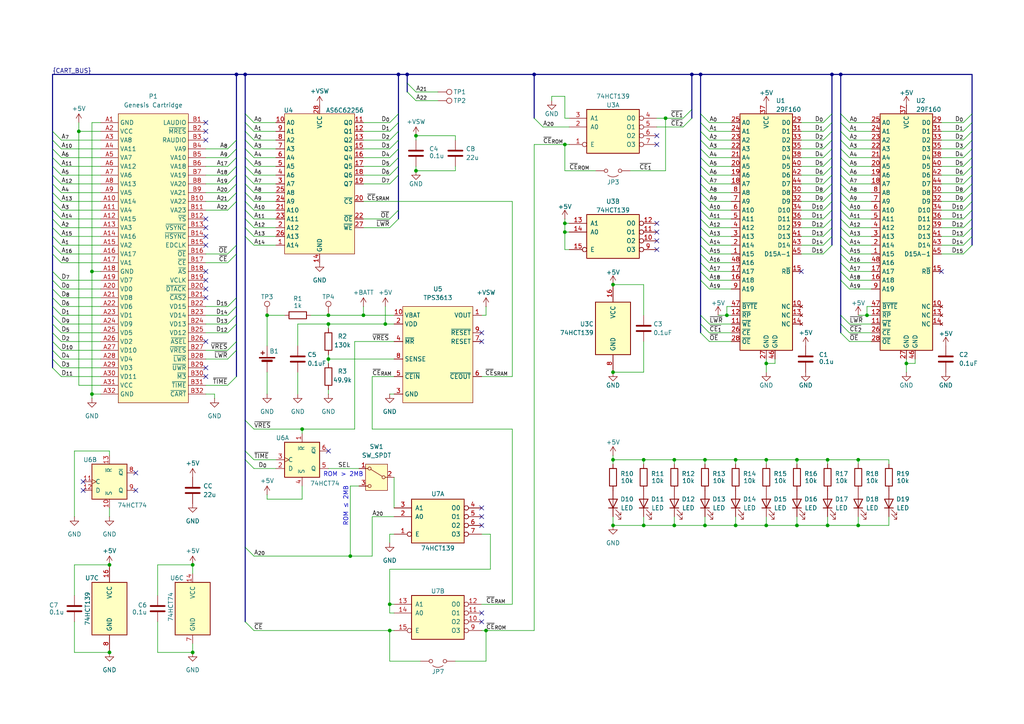
<source format=kicad_sch>
(kicad_sch (version 20231120) (generator "eeschema") (generator_version "8.0")
  (paper "A4")
  (title_block (title "Genesis/Mega Drive Advanced Flash Cartridge") (date "2025-06-08") (rev "1.0") (company "https://github.com/MouseBiteLabs/Genesis-Cartridges") (comment 1 "v1.1 - Fixed some missing LED connections to +5V"))
  (lib_symbols
    (symbol "74xx:74HC74" (pin_names (offset 1.016))
      (property "Reference" "U" (at -7.62 8.89 0))
      (property "Value" "74HC74" (at -7.62 -8.89 0))
      (symbol "74HC74_1_0"
        (pin input line (at 0 -7.62 90) (length 2.54) (name "~{R}") (number "1"))
        (pin input line (at -7.62 2.54 0) (length 2.54) (name "D") (number "2"))
        (pin input clock (at -7.62 0 0) (length 2.54) (name "C") (number "3"))
        (pin input line (at 0 7.62 270) (length 2.54) (name "~{S}") (number "4"))
        (pin output line (at 7.62 2.54 180) (length 2.54) (name "Q") (number "5"))
        (pin output line (at 7.62 -2.54 180) (length 2.54) (name "~{Q}") (number "6"))
      )
      (symbol "74HC74_2_0"
        (pin input line (at 0 7.62 270) (length 2.54) (name "~{S}") (number "10"))
        (pin input clock (at -7.62 0 0) (length 2.54) (name "C") (number "11"))
        (pin input line (at -7.62 2.54 0) (length 2.54) (name "D") (number "12"))
        (pin input line (at 0 -7.62 90) (length 2.54) (name "~{R}") (number "13"))
        (pin output line (at 7.62 -2.54 180) (length 2.54) (name "~{Q}") (number "8"))
        (pin output line (at 7.62 2.54 180) (length 2.54) (name "Q") (number "9"))
      )
      (symbol "74HC74_3_0"
        (pin power_in line (at 0 10.16 270) (length 2.54) (name "VCC") (number "14"))
        (pin power_in line (at 0 -10.16 90) (length 2.54) (name "GND") (number "7"))
      )
    )
    (symbol "Bucketmouse:74LS139" (pin_names (offset 1.016))
      (property "Reference" "U" (at -7.62 8.89 0))
      (property "Value" "74LS139" (at -7.62 -8.89 0))
      (symbol "74LS139_1_0"
        (pin input inverted (at -12.7 -5.08 0) (length 5.08) (name "E") (number "1"))
        (pin input line (at -12.7 0 0) (length 5.08) (name "A0") (number "2"))
        (pin input line (at -12.7 2.54 0) (length 5.08) (name "A1") (number "3"))
        (pin output inverted (at 12.7 2.54 180) (length 5.08) (name "O0") (number "4"))
        (pin output inverted (at 12.7 0 180) (length 5.08) (name "O1") (number "5"))
        (pin output inverted (at 12.7 -2.54 180) (length 5.08) (name "O2") (number "6"))
        (pin output inverted (at 12.7 -5.08 180) (length 5.08) (name "O3") (number "7"))
      )
      (symbol "74LS139_2_0"
        (pin output inverted (at 12.7 -2.54 180) (length 5.08) (name "O2") (number "10"))
        (pin output inverted (at 12.7 0 180) (length 5.08) (name "O1") (number "11"))
        (pin output inverted (at 12.7 2.54 180) (length 5.08) (name "O0") (number "12"))
        (pin input line (at -12.7 2.54 0) (length 5.08) (name "A1") (number "13"))
        (pin input line (at -12.7 0 0) (length 5.08) (name "A0") (number "14"))
        (pin input inverted (at -12.7 -5.08 0) (length 5.08) (name "E") (number "15"))
        (pin output inverted (at 12.7 -5.08 180) (length 5.08) (name "O3") (number "9"))
      )
      (symbol "74LS139_3_0"
        (pin power_in line (at 0 12.7 270) (length 5.08) (name "VCC") (number "16"))
        (pin power_in line (at 0 -12.7 90) (length 5.08) (name "GND") (number "8"))
      )
    )
    (symbol "Bucketmouse:AS6C62256"
      (property "Reference" "U" (at -10.16 20.955 0))
      (property "Value" "AS6C62256" (at 2.54 20.955 0))
      (symbol "AS6C62256_0_0"
        (pin power_in line (at 0 -22.86 90) (length 2.54) (name "GND") (number "14"))
        (pin power_in line (at 0 22.86 270) (length 2.54) (name "VCC") (number "28"))
      )
      (symbol "AS6C62256_1_1"
        (pin input line (at -12.7 -17.78 0) (length 2.54) (name "A14") (number "1"))
        (pin input line (at -12.7 17.78 0) (length 2.54) (name "A0") (number "10"))
        (pin tri_state line (at 12.7 17.78 180) (length 2.54) (name "Q0") (number "11"))
        (pin tri_state line (at 12.7 15.24 180) (length 2.54) (name "Q1") (number "12"))
        (pin tri_state line (at 12.7 12.7 180) (length 2.54) (name "Q2") (number "13"))
        (pin tri_state line (at 12.7 10.16 180) (length 2.54) (name "Q3") (number "15"))
        (pin tri_state line (at 12.7 7.62 180) (length 2.54) (name "Q4") (number "16"))
        (pin tri_state line (at 12.7 5.08 180) (length 2.54) (name "Q5") (number "17"))
        (pin tri_state line (at 12.7 2.54 180) (length 2.54) (name "Q6") (number "18"))
        (pin tri_state line (at 12.7 0 180) (length 2.54) (name "Q7") (number "19"))
        (pin input line (at -12.7 -12.7 0) (length 2.54) (name "A12") (number "2"))
        (pin input line (at 12.7 -5.08 180) (length 2.54) (name "~{CS}") (number "20"))
        (pin input line (at -12.7 -7.62 0) (length 2.54) (name "A10") (number "21"))
        (pin input line (at 12.7 -10.16 180) (length 2.54) (name "~{OE}") (number "22"))
        (pin input line (at -12.7 -10.16 0) (length 2.54) (name "A11") (number "23"))
        (pin input line (at -12.7 -5.08 0) (length 2.54) (name "A9") (number "24"))
        (pin input line (at -12.7 -2.54 0) (length 2.54) (name "A8") (number "25"))
        (pin input line (at -12.7 -15.24 0) (length 2.54) (name "A13") (number "26"))
        (pin input line (at 12.7 -12.7 180) (length 2.54) (name "~{WE}") (number "27"))
        (pin input line (at -12.7 0 0) (length 2.54) (name "A7") (number "3"))
        (pin input line (at -12.7 2.54 0) (length 2.54) (name "A6") (number "4"))
        (pin input line (at -12.7 5.08 0) (length 2.54) (name "A5") (number "5"))
        (pin input line (at -12.7 7.62 0) (length 2.54) (name "A4") (number "6"))
        (pin input line (at -12.7 10.16 0) (length 2.54) (name "A3") (number "7"))
        (pin input line (at -12.7 12.7 0) (length 2.54) (name "A2") (number "8"))
        (pin input line (at -12.7 15.24 0) (length 2.54) (name "A1") (number "9"))
      )
    )
    (symbol "Bucketmouse:Genesis_Cart_Edge"
      (property "Reference" "U" (at 0 34.29 0))
      (property "Value" "SNES_Cartridge" (at 0 32.004 0))
      (symbol "Genesis_Cart_Edge_1_1"
        (pin power_out line (at -15.24 27.94 0) (length 5.08) (name "GND") (number "A1"))
        (pin output line (at -15.24 5.08 0) (length 5.08) (name "VA14") (number "A10"))
        (pin output line (at -15.24 2.54 0) (length 5.08) (name "VA4") (number "A11"))
        (pin output line (at -15.24 0 0) (length 5.08) (name "VA15") (number "A12"))
        (pin output line (at -15.24 -2.54 0) (length 5.08) (name "VA3") (number "A13"))
        (pin output line (at -15.24 -5.08 0) (length 5.08) (name "VA16") (number "A14"))
        (pin output line (at -15.24 -7.62 0) (length 5.08) (name "VA2") (number "A15"))
        (pin output line (at -15.24 -10.16 0) (length 5.08) (name "VA17") (number "A16"))
        (pin output line (at -15.24 -12.7 0) (length 5.08) (name "VA1") (number "A17"))
        (pin power_out line (at -15.24 -15.24 0) (length 5.08) (name "GND") (number "A18"))
        (pin bidirectional line (at -15.24 -17.78 0) (length 5.08) (name "VD7") (number "A19"))
        (pin power_out line (at -15.24 25.4 0) (length 5.08) (name "VCC") (number "A2"))
        (pin bidirectional line (at -15.24 -20.32 0) (length 5.08) (name "VD0") (number "A20"))
        (pin bidirectional line (at -15.24 -22.86 0) (length 5.08) (name "VD8") (number "A21"))
        (pin bidirectional line (at -15.24 -25.4 0) (length 5.08) (name "VD6") (number "A22"))
        (pin bidirectional line (at -15.24 -27.94 0) (length 5.08) (name "VD1") (number "A23"))
        (pin bidirectional line (at -15.24 -30.48 0) (length 5.08) (name "VD9") (number "A24"))
        (pin bidirectional line (at -15.24 -33.02 0) (length 5.08) (name "VD5") (number "A25"))
        (pin bidirectional line (at -15.24 -35.56 0) (length 5.08) (name "VD2") (number "A26"))
        (pin bidirectional line (at -15.24 -38.1 0) (length 5.08) (name "VD10") (number "A27"))
        (pin bidirectional line (at -15.24 -40.64 0) (length 5.08) (name "VD4") (number "A28"))
        (pin bidirectional line (at -15.24 -43.18 0) (length 5.08) (name "VD3") (number "A29"))
        (pin output line (at -15.24 22.86 0) (length 5.08) (name "VA8") (number "A3"))
        (pin bidirectional line (at -15.24 -45.72 0) (length 5.08) (name "VD11") (number "A30"))
        (pin power_out line (at -15.24 -48.26 0) (length 5.08) (name "VCC") (number "A31"))
        (pin power_out line (at -15.24 -50.8 0) (length 5.08) (name "GND") (number "A32"))
        (pin output line (at -15.24 20.32 0) (length 5.08) (name "VA11") (number "A4"))
        (pin output line (at -15.24 17.78 0) (length 5.08) (name "VA7") (number "A5"))
        (pin output line (at -15.24 15.24 0) (length 5.08) (name "VA12") (number "A6"))
        (pin output line (at -15.24 12.7 0) (length 5.08) (name "VA6") (number "A7"))
        (pin output line (at -15.24 10.16 0) (length 5.08) (name "VA13") (number "A8"))
        (pin output line (at -15.24 7.62 0) (length 5.08) (name "VA5") (number "A9"))
        (pin input line (at 15.24 27.94 180) (length 5.08) (name "LAUDIO") (number "B1"))
        (pin output line (at 15.24 5.08 180) (length 5.08) (name "VA22") (number "B10"))
        (pin output line (at 15.24 2.54 180) (length 5.08) (name "VA23") (number "B11"))
        (pin output line (at 15.24 0 180) (length 5.08) (name "~{YS}") (number "B12"))
        (pin output line (at 15.24 -2.54 180) (length 5.08) (name "~{VSYNC}") (number "B13"))
        (pin output line (at 15.24 -5.08 180) (length 5.08) (name "~{HSYNC}") (number "B14"))
        (pin output line (at 15.24 -7.62 180) (length 5.08) (name "EDCLK") (number "B15"))
        (pin output line (at 15.24 -10.16 180) (length 5.08) (name "~{OE}") (number "B16"))
        (pin output line (at 15.24 -12.7 180) (length 5.08) (name "~{CE}") (number "B17"))
        (pin output line (at 15.24 -15.24 180) (length 5.08) (name "~{AS}") (number "B18"))
        (pin output line (at 15.24 -17.78 180) (length 5.08) (name "VCLK") (number "B19"))
        (pin output line (at 15.24 25.4 180) (length 5.08) (name "~{MRES}") (number "B2"))
        (pin input line (at 15.24 -20.32 180) (length 5.08) (name "~{DTACK}") (number "B20"))
        (pin output line (at 15.24 -22.86 180) (length 5.08) (name "~{CAS2}") (number "B21"))
        (pin bidirectional line (at 15.24 -25.4 180) (length 5.08) (name "VD15") (number "B22"))
        (pin bidirectional line (at 15.24 -27.94 180) (length 5.08) (name "VD14") (number "B23"))
        (pin bidirectional line (at 15.24 -30.48 180) (length 5.08) (name "VD13") (number "B24"))
        (pin bidirectional line (at 15.24 -33.02 180) (length 5.08) (name "VD12") (number "B25"))
        (pin output line (at 15.24 -35.56 180) (length 5.08) (name "~{ASEL}") (number "B26"))
        (pin output line (at 15.24 -38.1 180) (length 5.08) (name "~{VRES}") (number "B27"))
        (pin output line (at 15.24 -40.64 180) (length 5.08) (name "~{LWR}") (number "B28"))
        (pin output line (at 15.24 -43.18 180) (length 5.08) (name "~{UWR}") (number "B29"))
        (pin input line (at 15.24 22.86 180) (length 5.08) (name "RAUDIO") (number "B3"))
        (pin input line (at 15.24 -45.72 180) (length 5.08) (name "~{M3}") (number "B30"))
        (pin output line (at 15.24 -48.26 180) (length 5.08) (name "~{TIME}") (number "B31"))
        (pin input line (at 15.24 -50.8 180) (length 5.08) (name "~{CART}") (number "B32"))
        (pin output line (at 15.24 20.32 180) (length 5.08) (name "VA9") (number "B4"))
        (pin output line (at 15.24 17.78 180) (length 5.08) (name "VA10") (number "B5"))
        (pin output line (at 15.24 15.24 180) (length 5.08) (name "VA18") (number "B6"))
        (pin output line (at 15.24 12.7 180) (length 5.08) (name "VA19") (number "B7"))
        (pin output line (at 15.24 10.16 180) (length 5.08) (name "VA20") (number "B8"))
        (pin output line (at 15.24 7.62 180) (length 5.08) (name "VA21") (number "B9"))
      )
    )
    (symbol "Bucketmouse:TPS3613"
      (property "Reference" "U" (at -10.16 13.208 0))
      (property "Value" "TPS3613" (at 1.778 13.208 0))
      (symbol "TPS3613_1_0"
        (pin power_in line (at 12.7 10.16 180) (length 2.54) (name "VOUT") (number "1"))
        (pin power_in line (at -12.7 10.16 0) (length 2.54) (name "VBAT") (number "10"))
        (pin power_in line (at -12.7 7.62 0) (length 2.54) (name "VDD") (number "2"))
        (pin power_in line (at -12.7 -12.7 0) (length 2.54) (name "GND") (number "3"))
        (pin input line (at -12.7 2.54 0) (length 2.54) (name "~{MR}") (number "4"))
        (pin input line (at -12.7 -7.62 0) (length 2.54) (name "~{CEIN}") (number "5"))
        (pin output line (at 12.7 -7.62 180) (length 2.54) (name "~{CEOUT}") (number "6"))
        (pin output line (at 12.7 2.54 180) (length 2.54) (name "RESET") (number "7"))
        (pin input line (at -12.7 -2.54 0) (length 2.54) (name "SENSE") (number "8"))
        (pin output line (at 12.7 5.08 180) (length 2.54) (name "~{RESET}") (number "9"))
      )
    )
    (symbol "Bucketmouse_Nintendo:29F160"
      (property "Reference" "U" (at -7.62 31.75 0))
      (property "Value" "27C160" (at -10.414 -39.37 0))
      (symbol "29F160_1_1"
        (pin input line (at -10.16 -10.16 0) (length 2.54) (name "A15") (number "1"))
        (pin no_connect line (at 10.16 -25.4 180) (length 2.54) (name "NC") (number "10"))
        (pin input line (at -10.16 -30.48 0) (length 2.54) (name "~{WE}") (number "11"))
        (pin input line (at -10.16 -27.94 0) (length 2.54) (name "~{RP}") (number "12"))
        (pin no_connect line (at 10.16 -27.94 180) (length 2.54) (name "NC") (number "13"))
        (pin no_connect line (at 10.16 -30.48 180) (length 2.54) (name "NC") (number "14"))
        (pin output line (at 10.16 -15.24 180) (length 2.54) (name "R~{B}") (number "15"))
        (pin input line (at -10.16 -17.78 0) (length 2.54) (name "A18") (number "16"))
        (pin input line (at -10.16 -15.24 0) (length 2.54) (name "A17") (number "17"))
        (pin input line (at -10.16 10.16 0) (length 2.54) (name "A7") (number "18"))
        (pin input line (at -10.16 12.7 0) (length 2.54) (name "A6") (number "19"))
        (pin input line (at -10.16 -7.62 0) (length 2.54) (name "A14") (number "2"))
        (pin input line (at -10.16 15.24 0) (length 2.54) (name "A5") (number "20"))
        (pin input line (at -10.16 17.78 0) (length 2.54) (name "A4") (number "21"))
        (pin input line (at -10.16 20.32 0) (length 2.54) (name "A3") (number "22"))
        (pin input line (at -10.16 22.86 0) (length 2.54) (name "A2") (number "23"))
        (pin input line (at -10.16 25.4 0) (length 2.54) (name "A1") (number "24"))
        (pin input line (at -10.16 27.94 0) (length 2.54) (name "A0") (number "25"))
        (pin input line (at -10.16 -33.02 0) (length 2.54) (name "~{CE}") (number "26"))
        (pin power_in line (at 0 -40.64 90) (length 2.54) (name "GND") (number "27"))
        (pin input line (at -10.16 -35.56 0) (length 2.54) (name "~{OE}") (number "28"))
        (pin tri_state line (at 10.16 27.94 180) (length 2.54) (name "D0") (number "29"))
        (pin input line (at -10.16 -5.08 0) (length 2.54) (name "A13") (number "3"))
        (pin tri_state line (at 10.16 7.62 180) (length 2.54) (name "D8") (number "30"))
        (pin tri_state line (at 10.16 25.4 180) (length 2.54) (name "D1") (number "31"))
        (pin tri_state line (at 10.16 5.08 180) (length 2.54) (name "D9") (number "32"))
        (pin tri_state line (at 10.16 22.86 180) (length 2.54) (name "D2") (number "33"))
        (pin tri_state line (at 10.16 2.54 180) (length 2.54) (name "D10") (number "34"))
        (pin tri_state line (at 10.16 20.32 180) (length 2.54) (name "D3") (number "35"))
        (pin tri_state line (at 10.16 0 180) (length 2.54) (name "D11") (number "36"))
        (pin power_in line (at 0 33.02 270) (length 2.54) (name "VCC") (number "37"))
        (pin tri_state line (at 10.16 17.78 180) (length 2.54) (name "D4") (number "38"))
        (pin tri_state line (at 10.16 -2.54 180) (length 2.54) (name "D12") (number "39"))
        (pin input line (at -10.16 -2.54 0) (length 2.54) (name "A12") (number "4"))
        (pin tri_state line (at 10.16 15.24 180) (length 2.54) (name "D5") (number "40"))
        (pin tri_state line (at 10.16 -5.08 180) (length 2.54) (name "D13") (number "41"))
        (pin tri_state line (at 10.16 12.7 180) (length 2.54) (name "D6") (number "42"))
        (pin tri_state line (at 10.16 -7.62 180) (length 2.54) (name "D14") (number "43"))
        (pin tri_state line (at 10.16 10.16 180) (length 2.54) (name "D7") (number "44"))
        (pin tri_state line (at 10.16 -10.16 180) (length 2.54) (name "D15A-1") (number "45"))
        (pin power_in line (at 2.54 -40.64 90) (length 2.54) (name "GND") (number "46"))
        (pin input line (at -10.16 -25.4 0) (length 2.54) (name "~{BYTE}") (number "47"))
        (pin input line (at -10.16 -12.7 0) (length 2.54) (name "A16") (number "48"))
        (pin input line (at -10.16 0 0) (length 2.54) (name "A11") (number "5"))
        (pin input line (at -10.16 2.54 0) (length 2.54) (name "A10") (number "6"))
        (pin input line (at -10.16 5.08 0) (length 2.54) (name "A9") (number "7"))
        (pin input line (at -10.16 7.62 0) (length 2.54) (name "A8") (number "8"))
        (pin input line (at -10.16 -20.32 0) (length 2.54) (name "A19") (number "9"))
      )
    )
    (symbol "Bucketmouse_Nintendo:74LS139" (pin_names (offset 1.016))
      (property "Reference" "U" (at -7.62 8.89 0))
      (property "Value" "74LS139" (at -7.62 -8.89 0))
      (symbol "74LS139_1_0"
        (pin input inverted (at -12.7 -5.08 0) (length 5.08) (name "E") (number "1"))
        (pin input line (at -12.7 0 0) (length 5.08) (name "A0") (number "2"))
        (pin input line (at -12.7 2.54 0) (length 5.08) (name "A1") (number "3"))
        (pin output inverted (at 12.7 2.54 180) (length 5.08) (name "O0") (number "4"))
        (pin output inverted (at 12.7 0 180) (length 5.08) (name "O1") (number "5"))
        (pin output inverted (at 12.7 -2.54 180) (length 5.08) (name "O2") (number "6"))
        (pin output inverted (at 12.7 -5.08 180) (length 5.08) (name "O3") (number "7"))
      )
      (symbol "74LS139_2_0"
        (pin output inverted (at 12.7 -2.54 180) (length 5.08) (name "O2") (number "10"))
        (pin output inverted (at 12.7 0 180) (length 5.08) (name "O1") (number "11"))
        (pin output inverted (at 12.7 2.54 180) (length 5.08) (name "O0") (number "12"))
        (pin input line (at -12.7 2.54 0) (length 5.08) (name "A1") (number "13"))
        (pin input line (at -12.7 0 0) (length 5.08) (name "A0") (number "14"))
        (pin input inverted (at -12.7 -5.08 0) (length 5.08) (name "E") (number "15"))
        (pin output inverted (at 12.7 -5.08 180) (length 5.08) (name "O3") (number "9"))
      )
      (symbol "74LS139_3_0"
        (pin power_in line (at 0 12.7 270) (length 5.08) (name "VCC") (number "16"))
        (pin power_in line (at 0 -12.7 90) (length 5.08) (name "GND") (number "8"))
      )
    )
    (symbol "Connector:TestPoint" (pin_numbers hide) (pin_names (offset 0.762) hide)
      (property "Reference" "TP" (at 0 6.858 0))
      (property "Value" "TestPoint" (at 0 5.08 0))
      (symbol "TestPoint_1_1"
        (pin passive line (at 0 0 90) (length 2.54) (name "1") (number "1"))
      )
    )
    (symbol "Device:Battery_Cell" (pin_numbers hide) (pin_names (offset 0) hide)
      (property "Reference" "BT" (at 2.54 2.54 0))
      (property "Value" "Battery_Cell" (at 2.54 0 0))
      (symbol "Battery_Cell_1_1"
        (pin passive line (at 0 5.08 270) (length 2.54) (name "+") (number "1"))
        (pin passive line (at 0 -2.54 90) (length 2.54) (name "-") (number "2"))
      )
    )
    (symbol "Device:C" (pin_numbers hide) (pin_names (offset 0.254))
      (property "Reference" "C" (at 0.635 2.54 0))
      (property "Value" "C" (at 0.635 -2.54 0))
      (symbol "C_1_1"
        (pin passive line (at 0 3.81 270) (length 2.794) (name "~") (number "1"))
        (pin passive line (at 0 -3.81 90) (length 2.794) (name "~") (number "2"))
      )
    )
    (symbol "Device:LED" (pin_numbers hide) (pin_names (offset 1.016) hide)
      (property "Reference" "D" (at 0 2.54 0))
      (property "Value" "LED" (at 0 -2.54 0))
      (symbol "LED_1_1"
        (pin passive line (at -3.81 0 0) (length 2.54) (name "K") (number "1"))
        (pin passive line (at 3.81 0 180) (length 2.54) (name "A") (number "2"))
      )
    )
    (symbol "Device:R" (pin_numbers hide) (pin_names (offset 0))
      (property "Reference" "R" (at 2.032 0 90))
      (property "Value" "R" (at 0 0 90))
      (symbol "R_1_1"
        (pin passive line (at 0 3.81 270) (length 1.27) (name "~") (number "1"))
        (pin passive line (at 0 -3.81 90) (length 1.27) (name "~") (number "2"))
      )
    )
    (symbol "Jumper:Jumper_2_Open" (pin_numbers hide) (pin_names (offset 0) hide) (exclude_from_sim yes)
      (property "Reference" "JP" (at 0 2.794 0))
      (property "Value" "Jumper_2_Open" (at 0 -2.286 0))
      (symbol "Jumper_2_Open_1_1"
        (pin passive line (at -5.08 0 0) (length 2.54) (name "A") (number "1"))
        (pin passive line (at 5.08 0 180) (length 2.54) (name "B") (number "2"))
      )
    )
    (symbol "Switch:SW_SPDT" (pin_names (offset 0) hide)
      (property "Reference" "SW" (at 0 5.08 0))
      (property "Value" "SW_SPDT" (at 0 -5.08 0))
      (symbol "SW_SPDT_1_1"
        (pin passive line (at 5.08 2.54 180) (length 2.54) (name "A") (number "1"))
        (pin passive line (at -5.08 0 0) (length 2.54) (name "B") (number "2"))
        (pin passive line (at 5.08 -2.54 180) (length 2.54) (name "C") (number "3"))
      )
    )
    (symbol "power:+5V" (power) (pin_numbers hide) (pin_names (offset 0) hide)
      (property "Value" "+5V" (at 0 3.556 0))
      (symbol "+5V_1_1"
        (pin power_in line (at 0 0 90) (length 0) (name "~") (number "1"))
      )
    )
    (symbol "power:+BATT" (power) (pin_numbers hide) (pin_names (offset 0) hide)
      (property "Value" "+BATT" (at 0 3.556 0))
      (symbol "+BATT_1_1"
        (pin power_in line (at 0 0 90) (length 0) (name "~") (number "1"))
      )
    )
    (symbol "power:+VSW" (power) (pin_numbers hide) (pin_names (offset 0) hide)
      (property "Value" "+VSW" (at 0 3.556 0))
      (symbol "+VSW_1_1"
        (pin power_in line (at 0 0 90) (length 0) (name "~") (number "1"))
      )
    )
    (symbol "power:GND" (power) (pin_numbers hide) (pin_names (offset 0) hide)
      (property "Value" "GND" (at 0 -3.81 0))
      (symbol "GND_1_1"
        (pin power_in line (at 0 0 270) (length 0) (name "~") (number "1"))
      )
    )
  )
  (bus_alias "CART_BUS" (members "A_{0}" "A_{1}" "A_{2}" "A_{3}" "A_{4}" "A_{5}" "A_{6}" "A_{7}" "A_{8}" "A_{9}" "A_{10}" "A_{11}" "A_{12}" "A_{13}" "A_{14}" "A_{15}" "A_{16}" "A_{17}" "A_{18}" "A_{19}" "A_{20}" "D_{0}" "D_{1}" "D_{2}" "D_{3}" "D_{4}" "D_{5}" "D_{6}" "D_{7}" "D_{8}" "D_{9}" "D_{10}" "D_{11}" "D_{12}" "D_{13}" "D_{14}" "D_{15}" "~{VRES}" "~{TIME}" "~{OE}" "~{CE}" "A_{22}" "A_{21}" "~{LWR}" "~{CE1}" "~{CE2}"))
  (junction (at 95.25 104.14))
  (junction (at 120.65 49.53))
  (junction (at 31.75 189.23))
  (junction (at 120.65 39.37))
  (junction (at 241.3 21.59))
  (junction (at 118.11 21.59))
  (junction (at 186.69 152.4))
  (junction (at 77.47 91.44))
  (junction (at 154.94 21.59))
  (junction (at 195.58 133.35))
  (junction (at 22.86 38.1))
  (junction (at 213.36 133.35))
  (junction (at 111.76 93.98))
  (junction (at 251.46 91.44))
  (junction (at 68.58 21.59))
  (junction (at 186.69 133.35))
  (junction (at 213.36 152.4))
  (junction (at 200.66 21.59))
  (junction (at 204.47 133.35))
  (junction (at 31.75 163.83))
  (junction (at 177.8 107.95))
  (junction (at 231.14 133.35))
  (junction (at 163.83 41.91))
  (junction (at 26.67 114.3))
  (junction (at 222.25 105.41))
  (junction (at 240.03 133.35))
  (junction (at 87.63 124.46))
  (junction (at 113.03 182.88))
  (junction (at 195.58 152.4))
  (junction (at 115.57 21.59))
  (junction (at 163.83 64.77))
  (junction (at 262.89 105.41))
  (junction (at 240.03 152.4))
  (junction (at 243.84 21.59))
  (junction (at 105.41 91.44))
  (junction (at 222.25 152.4))
  (junction (at 210.82 91.44))
  (junction (at 222.25 133.35))
  (junction (at 55.88 163.83))
  (junction (at 248.92 152.4))
  (junction (at 95.25 93.98))
  (junction (at 203.2 21.59))
  (junction (at 71.12 21.59))
  (junction (at 113.03 175.26))
  (junction (at 177.8 152.4))
  (junction (at 95.25 91.44))
  (junction (at 26.67 78.74))
  (junction (at 163.83 67.31))
  (junction (at 248.92 133.35))
  (junction (at 140.97 182.88))
  (junction (at 101.6 161.29))
  (junction (at 55.88 189.23))
  (junction (at 231.14 152.4))
  (junction (at 193.04 34.29))
  (junction (at 177.8 82.55))
  (junction (at 204.47 152.4))
  (junction (at 177.8 133.35))
  (no_connect (at 59.69 38.1))
  (no_connect (at 59.69 35.56))
  (no_connect (at 59.69 106.68))
  (no_connect (at 95.25 130.81))
  (no_connect (at 139.7 96.52))
  (no_connect (at 59.69 81.28))
  (no_connect (at 190.5 69.85))
  (no_connect (at 59.69 71.12))
  (no_connect (at 139.7 147.32))
  (no_connect (at 190.5 67.31))
  (no_connect (at 24.13 139.7))
  (no_connect (at 59.69 86.36))
  (no_connect (at 39.37 142.24))
  (no_connect (at 190.5 72.39))
  (no_connect (at 24.13 142.24))
  (no_connect (at 139.7 180.34))
  (no_connect (at 139.7 149.86))
  (no_connect (at 59.69 68.58))
  (no_connect (at 190.5 41.91))
  (no_connect (at 190.5 39.37))
  (no_connect (at 273.05 78.74))
  (no_connect (at 190.5 64.77))
  (no_connect (at 139.7 177.8))
  (no_connect (at 39.37 137.16))
  (no_connect (at 232.41 78.74))
  (no_connect (at 139.7 152.4))
  (no_connect (at 59.69 63.5))
  (no_connect (at 59.69 83.82))
  (no_connect (at 139.7 99.06))
  (no_connect (at 59.69 99.06))
  (no_connect (at 59.69 66.04))
  (no_connect (at 59.69 40.64))
  (no_connect (at 59.69 78.74))
  (no_connect (at 59.69 109.22))
  (bus_entry (at 118.11 24.13) (size 2.54 2.54))
  (bus_entry (at 243.84 68.58) (size 2.54 2.54))
  (bus_entry (at 71.12 53.34) (size 2.54 2.54))
  (bus_entry (at 241.3 71.12) (size -2.54 2.54))
  (bus_entry (at 203.2 50.8) (size 2.54 2.54))
  (bus_entry (at 281.94 43.18) (size -2.54 2.54))
  (bus_entry (at 203.2 40.64) (size 2.54 2.54))
  (bus_entry (at 68.58 48.26) (size -2.54 2.54))
  (bus_entry (at 68.58 86.36) (size -2.54 2.54))
  (bus_entry (at 281.94 53.34) (size -2.54 2.54))
  (bus_entry (at 68.58 99.06) (size -2.54 2.54))
  (bus_entry (at 68.58 71.12) (size -2.54 2.54))
  (bus_entry (at 68.58 88.9) (size -2.54 2.54))
  (bus_entry (at 15.24 78.74) (size 2.54 2.54))
  (bus_entry (at 203.2 73.66) (size 2.54 2.54))
  (bus_entry (at 243.84 66.04) (size 2.54 2.54))
  (bus_entry (at 203.2 53.34) (size 2.54 2.54))
  (bus_entry (at 281.94 66.04) (size -2.54 2.54))
  (bus_entry (at 71.12 48.26) (size 2.54 2.54))
  (bus_entry (at 15.24 50.8) (size 2.54 2.54))
  (bus_entry (at 281.94 35.56) (size -2.54 2.54))
  (bus_entry (at 203.2 35.56) (size 2.54 2.54))
  (bus_entry (at 15.24 38.1) (size 2.54 2.54))
  (bus_entry (at 203.2 58.42) (size 2.54 2.54))
  (bus_entry (at 68.58 43.18) (size -2.54 2.54))
  (bus_entry (at 15.24 73.66) (size 2.54 2.54))
  (bus_entry (at 241.3 40.64) (size -2.54 2.54))
  (bus_entry (at 68.58 50.8) (size -2.54 2.54))
  (bus_entry (at 241.3 35.56) (size -2.54 2.54))
  (bus_entry (at 15.24 81.28) (size 2.54 2.54))
  (bus_entry (at 241.3 50.8) (size -2.54 2.54))
  (bus_entry (at 243.84 81.28) (size 2.54 2.54))
  (bus_entry (at 68.58 109.22) (size -2.54 2.54))
  (bus_entry (at 203.2 91.44) (size 2.54 2.54))
  (bus_entry (at 241.3 63.5) (size -2.54 2.54))
  (bus_entry (at 71.12 35.56) (size 2.54 2.54))
  (bus_entry (at 203.2 60.96) (size 2.54 2.54))
  (bus_entry (at 154.94 34.29) (size 2.54 2.54))
  (bus_entry (at 15.24 45.72) (size 2.54 2.54))
  (bus_entry (at 71.12 55.88) (size 2.54 2.54))
  (bus_entry (at 243.84 91.44) (size 2.54 2.54))
  (bus_entry (at 68.58 91.44) (size -2.54 2.54))
  (bus_entry (at 118.11 26.67) (size 2.54 2.54))
  (bus_entry (at 281.94 38.1) (size -2.54 2.54))
  (bus_entry (at 71.12 40.64) (size 2.54 2.54))
  (bus_entry (at 115.57 48.26) (size -2.54 2.54))
  (bus_entry (at 71.12 50.8) (size 2.54 2.54))
  (bus_entry (at 71.12 63.5) (size 2.54 2.54))
  (bus_entry (at 71.12 43.18) (size 2.54 2.54))
  (bus_entry (at 243.84 71.12) (size 2.54 2.54))
  (bus_entry (at 15.24 43.18) (size 2.54 2.54))
  (bus_entry (at 241.3 53.34) (size -2.54 2.54))
  (bus_entry (at 243.84 93.98) (size 2.54 2.54))
  (bus_entry (at 115.57 43.18) (size -2.54 2.54))
  (bus_entry (at 15.24 66.04) (size 2.54 2.54))
  (bus_entry (at 71.12 180.34) (size 2.54 2.54))
  (bus_entry (at 241.3 48.26) (size -2.54 2.54))
  (bus_entry (at 243.84 38.1) (size 2.54 2.54))
  (bus_entry (at 203.2 68.58) (size 2.54 2.54))
  (bus_entry (at 203.2 48.26) (size 2.54 2.54))
  (bus_entry (at 281.94 58.42) (size -2.54 2.54))
  (bus_entry (at 71.12 45.72) (size 2.54 2.54))
  (bus_entry (at 71.12 133.35) (size 2.54 2.54))
  (bus_entry (at 281.94 63.5) (size -2.54 2.54))
  (bus_entry (at 243.84 76.2) (size 2.54 2.54))
  (bus_entry (at 15.24 63.5) (size 2.54 2.54))
  (bus_entry (at 115.57 40.64) (size -2.54 2.54))
  (bus_entry (at 200.66 34.29) (size -2.54 2.54))
  (bus_entry (at 68.58 101.6) (size -2.54 2.54))
  (bus_entry (at 115.57 33.02) (size -2.54 2.54))
  (bus_entry (at 203.2 81.28) (size 2.54 2.54))
  (bus_entry (at 203.2 71.12) (size 2.54 2.54))
  (bus_entry (at 15.24 104.14) (size 2.54 2.54))
  (bus_entry (at 241.3 33.02) (size -2.54 2.54))
  (bus_entry (at 115.57 38.1) (size -2.54 2.54))
  (bus_entry (at 281.94 45.72) (size -2.54 2.54))
  (bus_entry (at 243.84 45.72) (size 2.54 2.54))
  (bus_entry (at 243.84 48.26) (size 2.54 2.54))
  (bus_entry (at 203.2 76.2) (size 2.54 2.54))
  (bus_entry (at 71.12 33.02) (size 2.54 2.54))
  (bus_entry (at 243.84 60.96) (size 2.54 2.54))
  (bus_entry (at 241.3 38.1) (size -2.54 2.54))
  (bus_entry (at 15.24 106.68) (size 2.54 2.54))
  (bus_entry (at 71.12 130.81) (size 2.54 2.54))
  (bus_entry (at 68.58 45.72) (size -2.54 2.54))
  (bus_entry (at 68.58 55.88) (size -2.54 2.54))
  (bus_entry (at 15.24 86.36) (size 2.54 2.54))
  (bus_entry (at 200.66 31.75) (size -2.54 2.54))
  (bus_entry (at 15.24 68.58) (size 2.54 2.54))
  (bus_entry (at 203.2 78.74) (size 2.54 2.54))
  (bus_entry (at 203.2 55.88) (size 2.54 2.54))
  (bus_entry (at 243.84 35.56) (size 2.54 2.54))
  (bus_entry (at 281.94 68.58) (size -2.54 2.54))
  (bus_entry (at 243.84 55.88) (size 2.54 2.54))
  (bus_entry (at 71.12 121.92) (size 2.54 2.54))
  (bus_entry (at 15.24 58.42) (size 2.54 2.54))
  (bus_entry (at 15.24 71.12) (size 2.54 2.54))
  (bus_entry (at 15.24 53.34) (size 2.54 2.54))
  (bus_entry (at 203.2 63.5) (size 2.54 2.54))
  (bus_entry (at 243.84 53.34) (size 2.54 2.54))
  (bus_entry (at 281.94 60.96) (size -2.54 2.54))
  (bus_entry (at 15.24 60.96) (size 2.54 2.54))
  (bus_entry (at 15.24 96.52) (size 2.54 2.54))
  (bus_entry (at 243.84 58.42) (size 2.54 2.54))
  (bus_entry (at 243.84 63.5) (size 2.54 2.54))
  (bus_entry (at 15.24 48.26) (size 2.54 2.54))
  (bus_entry (at 203.2 66.04) (size 2.54 2.54))
  (bus_entry (at 241.3 43.18) (size -2.54 2.54))
  (bus_entry (at 15.24 83.82) (size 2.54 2.54))
  (bus_entry (at 115.57 63.5) (size -2.54 2.54))
  (bus_entry (at 71.12 66.04) (size 2.54 2.54))
  (bus_entry (at 203.2 33.02) (size 2.54 2.54))
  (bus_entry (at 203.2 96.52) (size 2.54 2.54))
  (bus_entry (at 241.3 58.42) (size -2.54 2.54))
  (bus_entry (at 15.24 93.98) (size 2.54 2.54))
  (bus_entry (at 241.3 45.72) (size -2.54 2.54))
  (bus_entry (at 71.12 58.42) (size 2.54 2.54))
  (bus_entry (at 241.3 60.96) (size -2.54 2.54))
  (bus_entry (at 68.58 73.66) (size -2.54 2.54))
  (bus_entry (at 71.12 60.96) (size 2.54 2.54))
  (bus_entry (at 115.57 60.96) (size -2.54 2.54))
  (bus_entry (at 203.2 38.1) (size 2.54 2.54))
  (bus_entry (at 68.58 58.42) (size -2.54 2.54))
  (bus_entry (at 281.94 71.12) (size -2.54 2.54))
  (bus_entry (at 241.3 68.58) (size -2.54 2.54))
  (bus_entry (at 15.24 99.06) (size 2.54 2.54))
  (bus_entry (at 243.84 73.66) (size 2.54 2.54))
  (bus_entry (at 281.94 40.64) (size -2.54 2.54))
  (bus_entry (at 115.57 35.56) (size -2.54 2.54))
  (bus_entry (at 281.94 55.88) (size -2.54 2.54))
  (bus_entry (at 243.84 33.02) (size 2.54 2.54))
  (bus_entry (at 241.3 66.04) (size -2.54 2.54))
  (bus_entry (at 15.24 40.64) (size 2.54 2.54))
  (bus_entry (at 115.57 50.8) (size -2.54 2.54))
  (bus_entry (at 203.2 43.18) (size 2.54 2.54))
  (bus_entry (at 15.24 101.6) (size 2.54 2.54))
  (bus_entry (at 15.24 55.88) (size 2.54 2.54))
  (bus_entry (at 241.3 55.88) (size -2.54 2.54))
  (bus_entry (at 243.84 96.52) (size 2.54 2.54))
  (bus_entry (at 71.12 158.75) (size 2.54 2.54))
  (bus_entry (at 281.94 48.26) (size -2.54 2.54))
  (bus_entry (at 281.94 50.8) (size -2.54 2.54))
  (bus_entry (at 243.84 78.74) (size 2.54 2.54))
  (bus_entry (at 71.12 68.58) (size 2.54 2.54))
  (bus_entry (at 243.84 40.64) (size 2.54 2.54))
  (bus_entry (at 115.57 45.72) (size -2.54 2.54))
  (bus_entry (at 15.24 88.9) (size 2.54 2.54))
  (bus_entry (at 243.84 50.8) (size 2.54 2.54))
  (bus_entry (at 203.2 93.98) (size 2.54 2.54))
  (bus_entry (at 71.12 38.1) (size 2.54 2.54))
  (bus_entry (at 68.58 93.98) (size -2.54 2.54))
  (bus_entry (at 243.84 43.18) (size 2.54 2.54))
  (bus_entry (at 68.58 40.64) (size -2.54 2.54))
  (bus_entry (at 203.2 45.72) (size 2.54 2.54))
  (bus_entry (at 15.24 91.44) (size 2.54 2.54))
  (bus_entry (at 68.58 53.34) (size -2.54 2.54))
  (bus_entry (at 281.94 33.02) (size -2.54 2.54))
  (wire (pts (xy 160.02 27.94) (xy 160.02 29.21)))
  (wire (pts (xy 246.38 40.64) (xy 252.73 40.64)))
  (wire (pts (xy 113.03 191.77) (xy 121.92 191.77)))
  (bus (pts (xy 281.94 53.34) (xy 281.94 55.88)))
  (bus (pts (xy 203.2 60.96) (xy 203.2 63.5)))
  (wire (pts (xy 17.78 91.44) (xy 29.21 91.44)))
  (wire (pts (xy 232.41 55.88) (xy 238.76 55.88)))
  (wire (pts (xy 139.7 182.88) (xy 140.97 182.88)))
  (wire (pts (xy 257.81 133.35) (xy 257.81 134.62)))
  (wire (pts (xy 246.38 53.34) (xy 252.73 53.34)))
  (bus (pts (xy 241.3 35.56) (xy 241.3 38.1)))
  (wire (pts (xy 62.23 114.3) (xy 62.23 115.57)))
  (bus (pts (xy 154.94 21.59) (xy 200.66 21.59)))
  (bus (pts (xy 15.24 91.44) (xy 15.24 88.9)))
  (wire (pts (xy 186.69 91.44) (xy 186.69 82.55)))
  (wire (pts (xy 17.78 81.28) (xy 29.21 81.28)))
  (wire (pts (xy 132.08 49.53) (xy 120.65 49.53)))
  (wire (pts (xy 105.41 53.34) (xy 113.03 53.34)))
  (bus (pts (xy 71.12 60.96) (xy 71.12 58.42)))
  (wire (pts (xy 205.74 81.28) (xy 212.09 81.28)))
  (wire (pts (xy 26.67 114.3) (xy 26.67 115.57)))
  (wire (pts (xy 17.78 60.96) (xy 29.21 60.96)))
  (wire (pts (xy 17.78 86.36) (xy 29.21 86.36)))
  (bus (pts (xy 71.12 68.58) (xy 71.12 121.92)))
  (wire (pts (xy 205.74 45.72) (xy 212.09 45.72)))
  (wire (pts (xy 232.41 63.5) (xy 238.76 63.5)))
  (wire (pts (xy 246.38 81.28) (xy 252.73 81.28)))
  (wire (pts (xy 87.63 125.73) (xy 87.63 124.46)))
  (bus (pts (xy 243.84 60.96) (xy 243.84 63.5)))
  (bus (pts (xy 200.66 21.59) (xy 203.2 21.59)))
  (wire (pts (xy 139.7 154.94) (xy 142.24 154.94)))
  (bus (pts (xy 203.2 33.02) (xy 203.2 35.56)))
  (wire (pts (xy 17.78 99.06) (xy 29.21 99.06)))
  (wire (pts (xy 105.41 58.42) (xy 148.59 58.42)))
  (wire (pts (xy 273.05 66.04) (xy 279.4 66.04)))
  (wire (pts (xy 31.75 147.32) (xy 31.75 149.86)))
  (bus (pts (xy 71.12 63.5) (xy 71.12 60.96)))
  (bus (pts (xy 243.84 35.56) (xy 243.84 38.1)))
  (wire (pts (xy 90.17 91.44) (xy 95.25 91.44)))
  (wire (pts (xy 31.75 130.81) (xy 31.75 132.08)))
  (bus (pts (xy 68.58 53.34) (xy 68.58 55.88)))
  (wire (pts (xy 113.03 38.1) (xy 105.41 38.1)))
  (wire (pts (xy 66.04 91.44) (xy 59.69 91.44)))
  (wire (pts (xy 205.74 60.96) (xy 212.09 60.96)))
  (wire (pts (xy 59.69 101.6) (xy 66.04 101.6)))
  (wire (pts (xy 246.38 45.72) (xy 252.73 45.72)))
  (bus (pts (xy 71.12 121.92) (xy 71.12 130.81)))
  (wire (pts (xy 213.36 152.4) (xy 222.25 152.4)))
  (bus (pts (xy 203.2 40.64) (xy 203.2 43.18)))
  (wire (pts (xy 177.8 133.35) (xy 177.8 134.62)))
  (wire (pts (xy 177.8 149.86) (xy 177.8 152.4)))
  (wire (pts (xy 107.95 124.46) (xy 148.59 124.46)))
  (wire (pts (xy 132.08 39.37) (xy 132.08 40.64)))
  (wire (pts (xy 95.25 105.41) (xy 95.25 104.14)))
  (bus (pts (xy 154.94 34.29) (xy 154.94 21.59)))
  (wire (pts (xy 73.66 63.5) (xy 80.01 63.5)))
  (wire (pts (xy 66.04 50.8) (xy 59.69 50.8)))
  (wire (pts (xy 246.38 43.18) (xy 252.73 43.18)))
  (bus (pts (xy 203.2 53.34) (xy 203.2 55.88)))
  (wire (pts (xy 73.66 35.56) (xy 80.01 35.56)))
  (wire (pts (xy 195.58 152.4) (xy 204.47 152.4)))
  (wire (pts (xy 205.74 38.1) (xy 212.09 38.1)))
  (bus (pts (xy 243.84 48.26) (xy 243.84 50.8)))
  (wire (pts (xy 213.36 152.4) (xy 213.36 149.86)))
  (bus (pts (xy 71.12 21.59) (xy 71.12 33.02)))
  (wire (pts (xy 113.03 182.88) (xy 114.3 182.88)))
  (bus (pts (xy 243.84 71.12) (xy 243.84 73.66)))
  (wire (pts (xy 59.69 114.3) (xy 62.23 114.3)))
  (wire (pts (xy 140.97 191.77) (xy 132.08 191.77)))
  (bus (pts (xy 281.94 68.58) (xy 281.94 71.12)))
  (bus (pts (xy 15.24 101.6) (xy 15.24 99.06)))
  (bus (pts (xy 71.12 58.42) (xy 71.12 55.88)))
  (bus (pts (xy 241.3 55.88) (xy 241.3 58.42)))
  (bus (pts (xy 243.84 81.28) (xy 243.84 91.44)))
  (bus (pts (xy 71.12 43.18) (xy 71.12 40.64)))
  (bus (pts (xy 203.2 93.98) (xy 203.2 96.52)))
  (wire (pts (xy 195.58 133.35) (xy 204.47 133.35)))
  (wire (pts (xy 205.74 53.34) (xy 212.09 53.34)))
  (wire (pts (xy 142.24 154.94) (xy 142.24 165.1)))
  (bus (pts (xy 68.58 93.98) (xy 68.58 99.06)))
  (bus (pts (xy 68.58 45.72) (xy 68.58 48.26)))
  (wire (pts (xy 29.21 111.76) (xy 22.86 111.76)))
  (wire (pts (xy 120.65 26.67) (xy 127 26.67)))
  (wire (pts (xy 31.75 130.81) (xy 21.59 130.81)))
  (wire (pts (xy 246.38 71.12) (xy 252.73 71.12)))
  (bus (pts (xy 243.84 55.88) (xy 243.84 58.42)))
  (bus (pts (xy 15.24 78.74) (xy 15.24 73.66)))
  (bus (pts (xy 15.24 40.64) (xy 15.24 38.1)))
  (bus (pts (xy 71.12 130.81) (xy 71.12 133.35)))
  (bus (pts (xy 15.24 55.88) (xy 15.24 53.34)))
  (wire (pts (xy 186.69 133.35) (xy 186.69 134.62)))
  (wire (pts (xy 17.78 53.34) (xy 29.21 53.34)))
  (wire (pts (xy 163.83 67.31) (xy 165.1 67.31)))
  (bus (pts (xy 68.58 21.59) (xy 68.58 40.64)))
  (bus (pts (xy 71.12 35.56) (xy 71.12 33.02)))
  (bus (pts (xy 243.84 43.18) (xy 243.84 45.72)))
  (wire (pts (xy 232.41 68.58) (xy 238.76 68.58)))
  (bus (pts (xy 243.84 38.1) (xy 243.84 40.64)))
  (wire (pts (xy 186.69 152.4) (xy 186.69 149.86)))
  (bus (pts (xy 241.3 68.58) (xy 241.3 71.12)))
  (wire (pts (xy 163.83 64.77) (xy 163.83 67.31)))
  (wire (pts (xy 114.3 99.06) (xy 102.87 99.06)))
  (bus (pts (xy 71.12 133.35) (xy 71.12 158.75)))
  (bus (pts (xy 68.58 43.18) (xy 68.58 45.72)))
  (bus (pts (xy 241.3 40.64) (xy 241.3 43.18)))
  (bus (pts (xy 68.58 86.36) (xy 68.58 88.9)))
  (wire (pts (xy 195.58 152.4) (xy 195.58 149.86)))
  (wire (pts (xy 139.7 175.26) (xy 148.59 175.26)))
  (bus (pts (xy 241.3 50.8) (xy 241.3 53.34)))
  (wire (pts (xy 66.04 48.26) (xy 59.69 48.26)))
  (wire (pts (xy 273.05 50.8) (xy 279.4 50.8)))
  (wire (pts (xy 21.59 189.23) (xy 31.75 189.23)))
  (wire (pts (xy 231.14 152.4) (xy 231.14 149.86)))
  (wire (pts (xy 77.47 107.95) (xy 77.47 114.3)))
  (bus (pts (xy 241.3 66.04) (xy 241.3 68.58)))
  (wire (pts (xy 22.86 38.1) (xy 22.86 111.76)))
  (wire (pts (xy 232.41 40.64) (xy 238.76 40.64)))
  (wire (pts (xy 163.83 34.29) (xy 165.1 34.29)))
  (wire (pts (xy 113.03 165.1) (xy 113.03 175.26)))
  (wire (pts (xy 182.88 49.53) (xy 193.04 49.53)))
  (wire (pts (xy 213.36 133.35) (xy 213.36 134.62)))
  (wire (pts (xy 113.03 177.8) (xy 113.03 175.26)))
  (bus (pts (xy 281.94 63.5) (xy 281.94 66.04)))
  (wire (pts (xy 246.38 50.8) (xy 252.73 50.8)))
  (wire (pts (xy 154.94 41.91) (xy 154.94 182.88)))
  (bus (pts (xy 71.12 50.8) (xy 71.12 48.26)))
  (wire (pts (xy 73.66 68.58) (xy 80.01 68.58)))
  (bus (pts (xy 241.3 38.1) (xy 241.3 40.64)))
  (bus (pts (xy 203.2 76.2) (xy 203.2 78.74)))
  (wire (pts (xy 163.83 63.5) (xy 163.83 64.77)))
  (wire (pts (xy 59.69 111.76) (xy 66.04 111.76)))
  (bus (pts (xy 241.3 21.59) (xy 243.84 21.59)))
  (wire (pts (xy 66.04 43.18) (xy 59.69 43.18)))
  (wire (pts (xy 193.04 34.29) (xy 193.04 49.53)))
  (bus (pts (xy 15.24 86.36) (xy 15.24 83.82)))
  (bus (pts (xy 243.84 21.59) (xy 281.94 21.59)))
  (wire (pts (xy 186.69 107.95) (xy 177.8 107.95)))
  (wire (pts (xy 246.38 58.42) (xy 252.73 58.42)))
  (wire (pts (xy 240.03 133.35) (xy 248.92 133.35)))
  (wire (pts (xy 163.83 27.94) (xy 163.83 34.29)))
  (wire (pts (xy 222.25 105.41) (xy 222.25 104.14)))
  (wire (pts (xy 205.74 58.42) (xy 212.09 58.42)))
  (wire (pts (xy 212.09 91.44) (xy 210.82 91.44)))
  (wire (pts (xy 120.65 39.37) (xy 120.65 40.64)))
  (wire (pts (xy 246.38 48.26) (xy 252.73 48.26)))
  (bus (pts (xy 243.84 33.02) (xy 243.84 35.56)))
  (wire (pts (xy 107.95 149.86) (xy 114.3 149.86)))
  (bus (pts (xy 68.58 40.64) (xy 68.58 43.18)))
  (bus (pts (xy 71.12 158.75) (xy 71.12 180.34)))
  (bus (pts (xy 15.24 60.96) (xy 15.24 58.42)))
  (wire (pts (xy 273.05 68.58) (xy 279.4 68.58)))
  (bus (pts (xy 203.2 21.59) (xy 203.2 33.02)))
  (wire (pts (xy 102.87 124.46) (xy 87.63 124.46)))
  (bus (pts (xy 281.94 45.72) (xy 281.94 48.26)))
  (wire (pts (xy 148.59 109.22) (xy 148.59 58.42)))
  (wire (pts (xy 232.41 45.72) (xy 238.76 45.72)))
  (wire (pts (xy 186.69 152.4) (xy 195.58 152.4)))
  (bus (pts (xy 115.57 21.59) (xy 115.57 33.02)))
  (wire (pts (xy 26.67 78.74) (xy 26.67 114.3)))
  (wire (pts (xy 66.04 88.9) (xy 59.69 88.9)))
  (bus (pts (xy 243.84 50.8) (xy 243.84 53.34)))
  (bus (pts (xy 71.12 68.58) (xy 71.12 66.04)))
  (bus (pts (xy 243.84 73.66) (xy 243.84 76.2)))
  (wire (pts (xy 163.83 27.94) (xy 160.02 27.94)))
  (bus (pts (xy 15.24 88.9) (xy 15.24 86.36)))
  (wire (pts (xy 205.74 43.18) (xy 212.09 43.18)))
  (bus (pts (xy 68.58 58.42) (xy 68.58 71.12)))
  (wire (pts (xy 273.05 35.56) (xy 279.4 35.56)))
  (wire (pts (xy 222.25 133.35) (xy 231.14 133.35)))
  (wire (pts (xy 73.66 182.88) (xy 113.03 182.88)))
  (wire (pts (xy 205.74 68.58) (xy 212.09 68.58)))
  (wire (pts (xy 17.78 109.22) (xy 29.21 109.22)))
  (bus (pts (xy 15.24 45.72) (xy 15.24 43.18)))
  (wire (pts (xy 66.04 53.34) (xy 59.69 53.34)))
  (wire (pts (xy 59.69 76.2) (xy 66.04 76.2)))
  (wire (pts (xy 273.05 43.18) (xy 279.4 43.18)))
  (bus (pts (xy 243.84 45.72) (xy 243.84 48.26)))
  (wire (pts (xy 101.6 140.97) (xy 101.6 161.29)))
  (bus (pts (xy 243.84 21.59) (xy 243.84 33.02)))
  (wire (pts (xy 204.47 152.4) (xy 213.36 152.4)))
  (wire (pts (xy 73.66 50.8) (xy 80.01 50.8)))
  (bus (pts (xy 241.3 48.26) (xy 241.3 50.8)))
  (wire (pts (xy 265.43 105.41) (xy 265.43 104.14)))
  (bus (pts (xy 118.11 24.13) (xy 118.11 26.67)))
  (wire (pts (xy 114.3 154.94) (xy 113.03 154.94)))
  (wire (pts (xy 140.97 182.88) (xy 140.97 191.77)))
  (wire (pts (xy 102.87 99.06) (xy 102.87 124.46)))
  (wire (pts (xy 107.95 109.22) (xy 114.3 109.22)))
  (bus (pts (xy 203.2 38.1) (xy 203.2 40.64)))
  (wire (pts (xy 87.63 144.78) (xy 87.63 140.97)))
  (bus (pts (xy 68.58 91.44) (xy 68.58 93.98)))
  (wire (pts (xy 73.66 40.64) (xy 80.01 40.64)))
  (bus (pts (xy 281.94 40.64) (xy 281.94 43.18)))
  (bus (pts (xy 68.58 101.6) (xy 68.58 109.22)))
  (wire (pts (xy 273.05 55.88) (xy 279.4 55.88)))
  (wire (pts (xy 205.74 96.52) (xy 212.09 96.52)))
  (bus (pts (xy 15.24 43.18) (xy 15.24 40.64)))
  (wire (pts (xy 22.86 38.1) (xy 29.21 38.1)))
  (bus (pts (xy 115.57 60.96) (xy 115.57 63.5)))
  (bus (pts (xy 243.84 78.74) (xy 243.84 81.28)))
  (wire (pts (xy 177.8 133.35) (xy 186.69 133.35)))
  (wire (pts (xy 73.66 66.04) (xy 80.01 66.04)))
  (wire (pts (xy 232.41 73.66) (xy 238.76 73.66)))
  (wire (pts (xy 248.92 152.4) (xy 248.92 149.86)))
  (wire (pts (xy 105.41 91.44) (xy 114.3 91.44)))
  (wire (pts (xy 73.66 135.89) (xy 80.01 135.89)))
  (wire (pts (xy 246.38 60.96) (xy 252.73 60.96)))
  (bus (pts (xy 71.12 66.04) (xy 71.12 63.5)))
  (wire (pts (xy 114.3 177.8) (xy 113.03 177.8)))
  (bus (pts (xy 243.84 93.98) (xy 243.84 96.52)))
  (bus (pts (xy 115.57 33.02) (xy 115.57 35.56)))
  (wire (pts (xy 31.75 163.83) (xy 21.59 163.83)))
  (wire (pts (xy 139.7 91.44) (xy 140.97 91.44)))
  (wire (pts (xy 205.74 78.74) (xy 212.09 78.74)))
  (wire (pts (xy 232.41 38.1) (xy 238.76 38.1)))
  (bus (pts (xy 243.84 63.5) (xy 243.84 66.04)))
  (wire (pts (xy 205.74 83.82) (xy 212.09 83.82)))
  (bus (pts (xy 68.58 71.12) (xy 68.58 73.66)))
  (bus (pts (xy 203.2 55.88) (xy 203.2 58.42)))
  (wire (pts (xy 246.38 93.98) (xy 252.73 93.98)))
  (wire (pts (xy 113.03 48.26) (xy 105.41 48.26)))
  (wire (pts (xy 101.6 161.29) (xy 73.66 161.29)))
  (wire (pts (xy 205.74 40.64) (xy 212.09 40.64)))
  (wire (pts (xy 195.58 133.35) (xy 195.58 134.62)))
  (wire (pts (xy 240.03 152.4) (xy 240.03 149.86)))
  (wire (pts (xy 205.74 63.5) (xy 212.09 63.5)))
  (wire (pts (xy 73.66 45.72) (xy 80.01 45.72)))
  (wire (pts (xy 45.72 180.34) (xy 45.72 189.23)))
  (wire (pts (xy 55.88 163.83) (xy 45.72 163.83)))
  (wire (pts (xy 113.03 175.26) (xy 114.3 175.26)))
  (bus (pts (xy 243.84 76.2) (xy 243.84 78.74)))
  (wire (pts (xy 73.66 133.35) (xy 80.01 133.35)))
  (wire (pts (xy 140.97 91.44) (xy 140.97 88.9)))
  (bus (pts (xy 203.2 43.18) (xy 203.2 45.72)))
  (wire (pts (xy 95.25 91.44) (xy 105.41 91.44)))
  (bus (pts (xy 115.57 35.56) (xy 115.57 38.1)))
  (wire (pts (xy 232.41 60.96) (xy 238.76 60.96)))
  (wire (pts (xy 163.83 41.91) (xy 165.1 41.91)))
  (wire (pts (xy 95.25 135.89) (xy 104.14 135.89)))
  (wire (pts (xy 246.38 68.58) (xy 252.73 68.58)))
  (bus (pts (xy 241.3 53.34) (xy 241.3 55.88)))
  (wire (pts (xy 111.76 93.98) (xy 95.25 93.98)))
  (wire (pts (xy 240.03 152.4) (xy 248.92 152.4)))
  (bus (pts (xy 118.11 21.59) (xy 118.11 24.13)))
  (bus (pts (xy 68.58 55.88) (xy 68.58 58.42)))
  (wire (pts (xy 246.38 63.5) (xy 252.73 63.5)))
  (wire (pts (xy 86.36 100.33) (xy 86.36 93.98)))
  (bus (pts (xy 71.12 38.1) (xy 71.12 35.56)))
  (wire (pts (xy 231.14 152.4) (xy 240.03 152.4)))
  (bus (pts (xy 281.94 33.02) (xy 281.94 35.56)))
  (bus (pts (xy 15.24 53.34) (xy 15.24 50.8)))
  (wire (pts (xy 114.3 138.43) (xy 114.3 147.32)))
  (wire (pts (xy 163.83 67.31) (xy 163.83 72.39)))
  (wire (pts (xy 95.25 93.98) (xy 95.25 95.25)))
  (bus (pts (xy 115.57 38.1) (xy 115.57 40.64)))
  (wire (pts (xy 17.78 88.9) (xy 29.21 88.9)))
  (wire (pts (xy 139.7 109.22) (xy 148.59 109.22)))
  (bus (pts (xy 15.24 48.26) (xy 15.24 45.72)))
  (wire (pts (xy 205.74 73.66) (xy 212.09 73.66)))
  (wire (pts (xy 186.69 82.55) (xy 177.8 82.55)))
  (wire (pts (xy 66.04 58.42) (xy 59.69 58.42)))
  (bus (pts (xy 200.66 21.59) (xy 200.66 31.75)))
  (bus (pts (xy 115.57 50.8) (xy 115.57 60.96)))
  (wire (pts (xy 55.88 163.83) (xy 55.88 166.37)))
  (wire (pts (xy 204.47 133.35) (xy 213.36 133.35)))
  (wire (pts (xy 232.41 50.8) (xy 238.76 50.8)))
  (wire (pts (xy 87.63 124.46) (xy 73.66 124.46)))
  (bus (pts (xy 15.24 68.58) (xy 15.24 66.04)))
  (wire (pts (xy 111.76 93.98) (xy 114.3 93.98)))
  (wire (pts (xy 210.82 88.9) (xy 212.09 88.9)))
  (wire (pts (xy 231.14 133.35) (xy 231.14 134.62)))
  (wire (pts (xy 232.41 35.56) (xy 238.76 35.56)))
  (wire (pts (xy 205.74 99.06) (xy 212.09 99.06)))
  (wire (pts (xy 273.05 40.64) (xy 279.4 40.64)))
  (bus (pts (xy 281.94 55.88) (xy 281.94 58.42)))
  (wire (pts (xy 246.38 78.74) (xy 252.73 78.74)))
  (wire (pts (xy 273.05 53.34) (xy 279.4 53.34)))
  (bus (pts (xy 243.84 66.04) (xy 243.84 68.58)))
  (wire (pts (xy 232.41 66.04) (xy 238.76 66.04)))
  (wire (pts (xy 66.04 55.88) (xy 59.69 55.88)))
  (wire (pts (xy 198.12 34.29) (xy 193.04 34.29)))
  (wire (pts (xy 222.25 105.41) (xy 224.79 105.41)))
  (wire (pts (xy 17.78 96.52) (xy 29.21 96.52)))
  (bus (pts (xy 68.58 73.66) (xy 68.58 86.36)))
  (bus (pts (xy 203.2 63.5) (xy 203.2 66.04)))
  (bus (pts (xy 243.84 40.64) (xy 243.84 43.18)))
  (wire (pts (xy 246.38 73.66) (xy 252.73 73.66)))
  (wire (pts (xy 95.25 114.3) (xy 95.25 113.03)))
  (wire (pts (xy 205.74 35.56) (xy 212.09 35.56)))
  (bus (pts (xy 15.24 38.1) (xy 15.24 21.59)))
  (bus (pts (xy 203.2 71.12) (xy 203.2 73.66)))
  (wire (pts (xy 246.38 55.88) (xy 252.73 55.88)))
  (bus (pts (xy 203.2 45.72) (xy 203.2 48.26)))
  (wire (pts (xy 248.92 133.35) (xy 248.92 134.62)))
  (wire (pts (xy 273.05 58.42) (xy 279.4 58.42)))
  (wire (pts (xy 17.78 58.42) (xy 29.21 58.42)))
  (wire (pts (xy 273.05 45.72) (xy 279.4 45.72)))
  (bus (pts (xy 203.2 91.44) (xy 203.2 93.98)))
  (bus (pts (xy 241.3 43.18) (xy 241.3 45.72)))
  (wire (pts (xy 120.65 29.21) (xy 127 29.21)))
  (wire (pts (xy 262.89 105.41) (xy 265.43 105.41)))
  (bus (pts (xy 15.24 96.52) (xy 15.24 93.98)))
  (wire (pts (xy 59.69 104.14) (xy 66.04 104.14)))
  (wire (pts (xy 252.73 91.44) (xy 251.46 91.44)))
  (wire (pts (xy 205.74 48.26) (xy 212.09 48.26)))
  (bus (pts (xy 71.12 53.34) (xy 71.12 50.8)))
  (bus (pts (xy 281.94 50.8) (xy 281.94 53.34)))
  (wire (pts (xy 113.03 154.94) (xy 113.03 157.48)))
  (bus (pts (xy 281.94 43.18) (xy 281.94 45.72)))
  (bus (pts (xy 15.24 21.59) (xy 68.58 21.59)))
  (bus (pts (xy 243.84 91.44) (xy 243.84 93.98)))
  (wire (pts (xy 232.41 48.26) (xy 238.76 48.26)))
  (wire (pts (xy 45.72 163.83) (xy 45.72 172.72)))
  (wire (pts (xy 252.73 88.9) (xy 251.46 88.9)))
  (bus (pts (xy 71.12 40.64) (xy 71.12 38.1)))
  (bus (pts (xy 15.24 106.68) (xy 15.24 104.14)))
  (wire (pts (xy 246.38 38.1) (xy 252.73 38.1)))
  (bus (pts (xy 115.57 48.26) (xy 115.57 50.8)))
  (wire (pts (xy 204.47 152.4) (xy 204.47 149.86)))
  (wire (pts (xy 17.78 76.2) (xy 29.21 76.2)))
  (wire (pts (xy 222.25 152.4) (xy 231.14 152.4)))
  (bus (pts (xy 71.12 45.72) (xy 71.12 43.18)))
  (wire (pts (xy 163.83 64.77) (xy 165.1 64.77)))
  (wire (pts (xy 177.8 132.08) (xy 177.8 133.35)))
  (wire (pts (xy 66.04 45.72) (xy 59.69 45.72)))
  (wire (pts (xy 21.59 130.81) (xy 21.59 149.86)))
  (wire (pts (xy 105.41 66.04) (xy 113.03 66.04)))
  (wire (pts (xy 213.36 133.35) (xy 222.25 133.35)))
  (wire (pts (xy 210.82 91.44) (xy 208.28 91.44)))
  (bus (pts (xy 203.2 68.58) (xy 203.2 71.12)))
  (wire (pts (xy 246.38 66.04) (xy 252.73 66.04)))
  (wire (pts (xy 262.89 107.95) (xy 262.89 105.41)))
  (bus (pts (xy 241.3 33.02) (xy 241.3 35.56)))
  (wire (pts (xy 246.38 99.06) (xy 252.73 99.06)))
  (wire (pts (xy 29.21 35.56) (xy 26.67 35.56)))
  (wire (pts (xy 107.95 109.22) (xy 107.95 124.46)))
  (wire (pts (xy 232.41 53.34) (xy 238.76 53.34)))
  (wire (pts (xy 232.41 58.42) (xy 238.76 58.42)))
  (bus (pts (xy 115.57 45.72) (xy 115.57 48.26)))
  (wire (pts (xy 26.67 35.56) (xy 26.67 78.74)))
  (bus (pts (xy 71.12 55.88) (xy 71.12 53.34)))
  (wire (pts (xy 232.41 71.12) (xy 238.76 71.12)))
  (bus (pts (xy 281.94 66.04) (xy 281.94 68.58)))
  (wire (pts (xy 17.78 71.12) (xy 29.21 71.12)))
  (bus (pts (xy 15.24 71.12) (xy 15.24 68.58)))
  (wire (pts (xy 163.83 41.91) (xy 163.83 49.53)))
  (wire (pts (xy 17.78 43.18) (xy 29.21 43.18)))
  (bus (pts (xy 243.84 53.34) (xy 243.84 55.88)))
  (wire (pts (xy 66.04 93.98) (xy 59.69 93.98)))
  (wire (pts (xy 77.47 143.51) (xy 77.47 144.78)))
  (wire (pts (xy 17.78 48.26) (xy 29.21 48.26)))
  (bus (pts (xy 281.94 48.26) (xy 281.94 50.8)))
  (wire (pts (xy 17.78 40.64) (xy 29.21 40.64)))
  (wire (pts (xy 273.05 48.26) (xy 279.4 48.26)))
  (bus (pts (xy 203.2 78.74) (xy 203.2 81.28)))
  (wire (pts (xy 246.38 35.56) (xy 252.73 35.56)))
  (wire (pts (xy 73.66 58.42) (xy 80.01 58.42)))
  (wire (pts (xy 222.25 105.41) (xy 222.25 107.95)))
  (wire (pts (xy 17.78 73.66) (xy 29.21 73.66)))
  (wire (pts (xy 113.03 45.72) (xy 105.41 45.72)))
  (wire (pts (xy 17.78 63.5) (xy 29.21 63.5)))
  (bus (pts (xy 115.57 43.18) (xy 115.57 45.72)))
  (wire (pts (xy 273.05 60.96) (xy 279.4 60.96)))
  (bus (pts (xy 68.58 99.06) (xy 68.58 101.6)))
  (wire (pts (xy 59.69 73.66) (xy 66.04 73.66)))
  (wire (pts (xy 17.78 106.68) (xy 29.21 106.68)))
  (wire (pts (xy 95.25 104.14) (xy 114.3 104.14)))
  (wire (pts (xy 262.89 105.41) (xy 262.89 104.14)))
  (bus (pts (xy 203.2 48.26) (xy 203.2 50.8)))
  (wire (pts (xy 222.25 133.35) (xy 222.25 134.62)))
  (wire (pts (xy 248.92 133.35) (xy 257.81 133.35)))
  (bus (pts (xy 281.94 35.56) (xy 281.94 38.1)))
  (wire (pts (xy 77.47 91.44) (xy 77.47 100.33)))
  (wire (pts (xy 177.8 152.4) (xy 186.69 152.4)))
  (bus (pts (xy 243.84 58.42) (xy 243.84 60.96)))
  (wire (pts (xy 107.95 161.29) (xy 101.6 161.29)))
  (bus (pts (xy 15.24 66.04) (xy 15.24 63.5)))
  (wire (pts (xy 232.41 43.18) (xy 238.76 43.18)))
  (wire (pts (xy 22.86 35.56) (xy 22.86 38.1)))
  (wire (pts (xy 113.03 43.18) (xy 105.41 43.18)))
  (wire (pts (xy 205.74 93.98) (xy 212.09 93.98)))
  (wire (pts (xy 26.67 78.74) (xy 29.21 78.74)))
  (wire (pts (xy 73.66 55.88) (xy 80.01 55.88)))
  (wire (pts (xy 120.65 39.37) (xy 132.08 39.37)))
  (wire (pts (xy 224.79 105.41) (xy 224.79 104.14)))
  (bus (pts (xy 203.2 58.42) (xy 203.2 60.96)))
  (wire (pts (xy 105.41 63.5) (xy 113.03 63.5)))
  (wire (pts (xy 77.47 91.44) (xy 82.55 91.44)))
  (wire (pts (xy 257.81 152.4) (xy 257.81 149.86)))
  (wire (pts (xy 210.82 88.9) (xy 210.82 91.44)))
  (bus (pts (xy 203.2 66.04) (xy 203.2 68.58)))
  (wire (pts (xy 273.05 71.12) (xy 279.4 71.12)))
  (bus (pts (xy 241.3 60.96) (xy 241.3 63.5)))
  (wire (pts (xy 113.03 114.3) (xy 114.3 114.3)))
  (wire (pts (xy 73.66 38.1) (xy 80.01 38.1)))
  (bus (pts (xy 243.84 68.58) (xy 243.84 71.12)))
  (bus (pts (xy 15.24 50.8) (xy 15.24 48.26)))
  (wire (pts (xy 73.66 60.96) (xy 80.01 60.96)))
  (wire (pts (xy 205.74 66.04) (xy 212.09 66.04)))
  (bus (pts (xy 15.24 73.66) (xy 15.24 71.12)))
  (wire (pts (xy 231.14 133.35) (xy 240.03 133.35)))
  (wire (pts (xy 205.74 55.88) (xy 212.09 55.88)))
  (wire (pts (xy 113.03 40.64) (xy 105.41 40.64)))
  (wire (pts (xy 163.83 72.39) (xy 165.1 72.39)))
  (wire (pts (xy 163.83 49.53) (xy 172.72 49.53)))
  (bus (pts (xy 68.58 21.59) (xy 71.12 21.59)))
  (bus (pts (xy 115.57 40.64) (xy 115.57 43.18)))
  (bus (pts (xy 241.3 63.5) (xy 241.3 66.04)))
  (wire (pts (xy 142.24 165.1) (xy 113.03 165.1)))
  (wire (pts (xy 95.25 102.87) (xy 95.25 104.14)))
  (wire (pts (xy 17.78 104.14) (xy 29.21 104.14)))
  (wire (pts (xy 246.38 83.82) (xy 252.73 83.82)))
  (wire (pts (xy 21.59 180.34) (xy 21.59 189.23)))
  (wire (pts (xy 113.03 182.88) (xy 113.03 191.77)))
  (bus (pts (xy 15.24 99.06) (xy 15.24 96.52)))
  (wire (pts (xy 113.03 50.8) (xy 105.41 50.8)))
  (wire (pts (xy 73.66 48.26) (xy 80.01 48.26)))
  (wire (pts (xy 73.66 53.34) (xy 80.01 53.34)))
  (wire (pts (xy 120.65 49.53) (xy 120.65 48.26)))
  (bus (pts (xy 71.12 48.26) (xy 71.12 45.72)))
  (wire (pts (xy 17.78 66.04) (xy 29.21 66.04)))
  (wire (pts (xy 73.66 71.12) (xy 80.01 71.12)))
  (wire (pts (xy 157.48 36.83) (xy 165.1 36.83)))
  (wire (pts (xy 251.46 91.44) (xy 248.92 91.44)))
  (wire (pts (xy 140.97 182.88) (xy 154.94 182.88)))
  (wire (pts (xy 205.74 50.8) (xy 212.09 50.8)))
  (bus (pts (xy 241.3 58.42) (xy 241.3 60.96)))
  (bus (pts (xy 203.2 81.28) (xy 203.2 91.44)))
  (wire (pts (xy 17.78 93.98) (xy 29.21 93.98)))
  (wire (pts (xy 204.47 133.35) (xy 204.47 134.62)))
  (wire (pts (xy 111.76 93.98) (xy 111.76 88.9)))
  (wire (pts (xy 17.78 55.88) (xy 29.21 55.88)))
  (bus (pts (xy 118.11 21.59) (xy 154.94 21.59)))
  (bus (pts (xy 241.3 21.59) (xy 241.3 33.02)))
  (wire (pts (xy 132.08 48.26) (xy 132.08 49.53)))
  (bus (pts (xy 15.24 93.98) (xy 15.24 91.44)))
  (wire (pts (xy 246.38 76.2) (xy 252.73 76.2)))
  (bus (pts (xy 15.24 83.82) (xy 15.24 81.28)))
  (wire (pts (xy 148.59 124.46) (xy 148.59 175.26)))
  (wire (pts (xy 222.25 152.4) (xy 222.25 149.86)))
  (wire (pts (xy 17.78 101.6) (xy 29.21 101.6)))
  (wire (pts (xy 77.47 144.78) (xy 87.63 144.78)))
  (bus (pts (xy 115.57 21.59) (xy 71.12 21.59)))
  (bus (pts (xy 15.24 63.5) (xy 15.24 60.96)))
  (wire (pts (xy 186.69 99.06) (xy 186.69 107.95)))
  (wire (pts (xy 246.38 96.52) (xy 252.73 96.52)))
  (wire (pts (xy 190.5 34.29) (xy 193.04 34.29)))
  (wire (pts (xy 17.78 50.8) (xy 29.21 50.8)))
  (wire (pts (xy 55.88 189.23) (xy 55.88 186.69)))
  (bus (pts (xy 281.94 38.1) (xy 281.94 40.64)))
  (wire (pts (xy 248.92 152.4) (xy 257.81 152.4)))
  (wire (pts (xy 190.5 36.83) (xy 198.12 36.83)))
  (wire (pts (xy 45.72 189.23) (xy 55.88 189.23)))
  (wire (pts (xy 17.78 45.72) (xy 29.21 45.72)))
  (wire (pts (xy 273.05 38.1) (xy 279.4 38.1)))
  (wire (pts (xy 240.03 133.35) (xy 240.03 134.62)))
  (wire (pts (xy 113.03 35.56) (xy 105.41 35.56)))
  (wire (pts (xy 26.67 114.3) (xy 29.21 114.3)))
  (wire (pts (xy 21.59 163.83) (xy 21.59 172.72)))
  (bus (pts (xy 115.57 21.59) (xy 118.11 21.59)))
  (wire (pts (xy 107.95 149.86) (xy 107.95 161.29)))
  (bus (pts (xy 68.58 50.8) (xy 68.58 53.34)))
  (bus (pts (xy 281.94 60.96) (xy 281.94 63.5)))
  (bus (pts (xy 68.58 88.9) (xy 68.58 91.44)))
  (wire (pts (xy 205.74 71.12) (xy 212.09 71.12)))
  (bus (pts (xy 203.2 35.56) (xy 203.2 38.1)))
  (bus (pts (xy 203.2 73.66) (xy 203.2 76.2)))
  (bus (pts (xy 281.94 21.59) (xy 281.94 33.02)))
  (bus (pts (xy 68.58 48.26) (xy 68.58 50.8)))
  (bus (pts (xy 15.24 81.28) (xy 15.24 78.74)))
  (bus (pts (xy 241.3 45.72) (xy 241.3 48.26)))
  (wire (pts (xy 73.66 43.18) (xy 80.01 43.18)))
  (wire (pts (xy 86.36 93.98) (xy 95.25 93.98)))
  (wire (pts (xy 186.69 133.35) (xy 195.58 133.35)))
  (wire (pts (xy 86.36 107.95) (xy 86.36 114.3)))
  (wire (pts (xy 105.41 88.9) (xy 105.41 91.44)))
  (wire (pts (xy 205.74 76.2) (xy 212.09 76.2)))
  (bus (pts (xy 203.2 21.59) (xy 241.3 21.59)))
  (bus (pts (xy 281.94 58.42) (xy 281.94 60.96)))
  (bus (pts (xy 200.66 34.29) (xy 200.66 31.75)))
  (wire (pts (xy 273.05 63.5) (xy 279.4 63.5)))
  (wire (pts (xy 163.83 41.91) (xy 154.94 41.91)))
  (wire (pts (xy 17.78 68.58) (xy 29.21 68.58)))
  (bus (pts (xy 15.24 58.42) (xy 15.24 55.88)))
  (bus (pts (xy 203.2 50.8) (xy 203.2 53.34)))
  (wire (pts (xy 104.14 140.97) (xy 101.6 140.97)))
  (wire (pts (xy 66.04 96.52) (xy 59.69 96.52)))
  (bus (pts (xy 15.24 104.14) (xy 15.24 101.6)))
  (wire (pts (xy 66.04 60.96) (xy 59.69 60.96)))
  (wire (pts (xy 273.05 73.66) (xy 279.4 73.66)))
  (wire (pts (xy 17.78 83.82) (xy 29.21 83.82)))
  (wire (pts (xy 251.46 88.9) (xy 251.46 91.44)))
  (text "ROM ≤ 2MB" (at 100.33 146.812 90) (effects (font (size 1.27 1.27))))
  (text "ROM > 2MB" (at 99.568 137.668 0) (effects (font (size 1.27 1.27))))
  (label "A_{7}" (at 17.78 40.64 0))
  (label "A_{15}" (at 205.74 73.66 0))
  (label "A_{4}" (at 205.74 45.72 0))
  (label "A_{6}" (at 17.78 45.72 0))
  (label "D_{3}" (at 17.78 106.68 0))
  (label "~{CE}_{ROM}" (at 140.97 182.88 0))
  (label "D_{10}" (at 17.78 101.6 0))
  (label "A_{5}" (at 205.74 48.26 0))
  (label "A_{10}" (at 73.66 60.96 0))
  (label "D_{1}" (at 279.4 38.1 180))
  (label "A_{8}" (at 246.38 55.88 0))
  (label "A_{17}" (at 205.74 78.74 0))
  (label "A_{15}" (at 246.38 73.66 0))
  (label "D_{12}" (at 66.04 96.52 180))
  (label "A_{17}" (at 246.38 78.74 0))
  (label "D_{6}" (at 279.4 50.8 180))
  (label "D_{7}" (at 113.03 53.34 180))
  (label "A_{1}" (at 246.38 38.1 0))
  (label "D_{14}" (at 238.76 71.12 180))
  (label "A_{15}" (at 17.78 68.58 0))
  (label "D_{1}" (at 113.03 38.1 180))
  (label "~{CE}" (at 66.04 76.2 180))
  (label "~{OE}" (at 246.38 99.06 0))
  (label "SEL" (at 101.6 135.89 180))
  (label "D_{11}" (at 238.76 63.5 180))
  (label "A_{3}" (at 17.78 60.96 0))
  (label "D_{9}" (at 17.78 93.98 0))
  (label "A_{18}" (at 66.04 50.8 180))
  (label "~{VRES}" (at 66.04 101.6 180))
  (label "A_{9}" (at 73.66 58.42 0))
  (label "~{CE}_{SRAM}" (at 113.03 58.42 180))
  (label "A_{8}" (at 66.04 43.18 180))
  (label "D_{15}" (at 279.4 73.66 180))
  (label "A_{6}" (at 205.74 50.8 0))
  (label "~{LWR}" (at 66.04 104.14 180))
  (label "A_{12}" (at 73.66 66.04 0))
  (label "D_{6}" (at 238.76 50.8 180))
  (label "D_{1}" (at 238.76 38.1 180))
  (label "A_{1}" (at 205.74 38.1 0))
  (label "D_{14}" (at 66.04 91.44 180))
  (label "A_{16}" (at 246.38 76.2 0))
  (label "~{CE}" (at 73.66 182.88 0))
  (label "D_{7}" (at 279.4 53.34 180))
  (label "~{CE_{1}}" (at 205.74 96.52 0))
  (label "A_{3}" (at 246.38 43.18 0))
  (label "D_{5}" (at 113.03 48.26 180))
  (label "D_{4}" (at 17.78 104.14 0))
  (label "D_{0}" (at 238.76 35.56 180))
  (label "~{CE}_{ROM}" (at 165.1 49.53 0))
  (label "A_{3}" (at 73.66 43.18 0))
  (label "A_{13}" (at 73.66 68.58 0))
  (label "A_{4}" (at 17.78 55.88 0))
  (label "A_{1}" (at 73.66 38.1 0))
  (label "D_{12}" (at 238.76 66.04 180))
  (label "D_{7}" (at 238.76 53.34 180))
  (label "D_{11}" (at 279.4 63.5 180))
  (label "D_{3}" (at 113.03 43.18 180))
  (label "D_{9}" (at 279.4 58.42 180))
  (label "A_{14}" (at 205.74 71.12 0))
  (label "D_{2}" (at 279.4 40.64 180))
  (label "A_{22}" (at 66.04 60.96 180))
  (label "A_{14}" (at 246.38 71.12 0))
  (label "A_{6}" (at 73.66 50.8 0))
  (label "~{LWR}" (at 205.74 93.98 0))
  (label "A_{19}" (at 205.74 83.82 0))
  (label "A_{9}" (at 66.04 45.72 180))
  (label "A_{8}" (at 205.74 55.88 0))
  (label "~{CE_{1}}" (at 185.42 49.53 0))
  (label "A_{16}" (at 205.74 76.2 0))
  (label "A_{13}" (at 17.78 58.42 0))
  (label "D_{8}" (at 279.4 55.88 180))
  (label "A_{16}" (at 17.78 73.66 0))
  (label "D_{15}" (at 66.04 88.9 180))
  (label "~{LWR}" (at 246.38 93.98 0))
  (label "D_{0}" (at 17.78 83.82 0))
  (label "A_{3}" (at 205.74 43.18 0))
  (label "A_{11}" (at 246.38 63.5 0))
  (label "A_{5}" (at 73.66 48.26 0))
  (label "A_{7}" (at 205.74 53.34 0))
  (label "~{OE}" (at 205.74 99.06 0))
  (label "A_{10}" (at 17.78 43.18 0))
  (label "A_{8}" (at 73.66 55.88 0))
  (label "D_{2}" (at 113.03 40.64 180))
  (label "A_{2}" (at 73.66 40.64 0))
  (label "D_{14}" (at 279.4 71.12 180))
  (label "D_{8}" (at 17.78 86.36 0))
  (label "A_{1}" (at 17.78 71.12 0))
  (label "D_{13}" (at 66.04 93.98 180))
  (label "~{CE_{1}}" (at 198.12 34.29 180))
  (label "A_{21}" (at 120.65 26.67 0))
  (label "D_{2}" (at 17.78 99.06 0))
  (label "A_{10}" (at 205.74 60.96 0))
  (label "A_{12}" (at 246.38 66.04 0))
  (label "A_{0}" (at 17.78 76.2 0))
  (label "A_{20}" (at 66.04 55.88 180))
  (label "A_{0}" (at 73.66 35.56 0))
  (label "D_{5}" (at 238.76 48.26 180))
  (label "A_{18}" (at 246.38 81.28 0))
  (label "A_{6}" (at 246.38 50.8 0))
  (label "A_{19}" (at 66.04 53.34 180))
  (label "D_{8}" (at 238.76 55.88 180))
  (label "D_{15}" (at 238.76 73.66 180))
  (label "A_{2}" (at 205.74 40.64 0))
  (label "~{TIME}" (at 73.66 133.35 0))
  (label "A_{11}" (at 205.74 63.5 0))
  (label "A_{4}" (at 246.38 45.72 0))
  (label "A_{20}" (at 107.95 149.86 0))
  (label "D_{0}" (at 113.03 35.56 180))
  (label "A_{14}" (at 73.66 71.12 0))
  (label "D_{10}" (at 238.76 60.96 180))
  (label "A_{2}" (at 17.78 66.04 0))
  (label "A_{12}" (at 205.74 66.04 0))
  (label "~{CE_{2}}" (at 246.38 96.52 0))
  (label "D_{5}" (at 279.4 48.26 180))
  (label "~{CE}_{RAM}" (at 140.97 175.26 0))
  (label "A_{7}" (at 73.66 53.34 0))
  (label "D_{4}" (at 279.4 45.72 180))
  (label "A_{13}" (at 246.38 68.58 0))
  (label "A_{22}" (at 120.65 29.21 0))
  (label "D_{0}" (at 74.93 135.89 0))
  (label "~{LWR}" (at 113.03 66.04 180))
  (label "~{VRES}" (at 73.66 124.46 0))
  (label "D_{4}" (at 238.76 45.72 180))
  (label "A_{20}" (at 73.66 161.29 0))
  (label "D_{6}" (at 113.03 50.8 180))
  (label "D_{12}" (at 279.4 66.04 180))
  (label "{CART_BUS}" (at 15.24 21.59 0))
  (label "~{OE}" (at 113.03 63.5 180))
  (label "D_{1}" (at 17.78 91.44 0))
  (label "A_{13}" (at 205.74 68.58 0))
  (label "A_{18}" (at 205.74 81.28 0))
  (label "D_{3}" (at 238.76 43.18 180))
  (label "D_{0}" (at 279.4 35.56 180))
  (label "D_{10}" (at 279.4 60.96 180))
  (label "D_{4}" (at 113.03 45.72 180))
  (label "A_{0}" (at 246.38 35.56 0))
  (label "D_{6}" (at 17.78 88.9 0))
  (label "~{TIME}" (at 66.04 111.76 180))
  (label "A_{11}" (at 17.78 48.26 0))
  (label "D_{13}" (at 279.4 68.58 180))
  (label "D_{7}" (at 17.78 81.28 0))
  (label "D_{11}" (at 17.78 109.22 0))
  (label "A_{14}" (at 17.78 63.5 0))
  (label "~{CE}_{RAM}" (at 107.95 109.22 0))
  (label "D_{9}" (at 238.76 58.42 180))
  (label "D_{3}" (at 279.4 43.18 180))
  (label "A_{17}" (at 66.04 48.26 180))
  (label "A_{20}" (at 157.48 36.83 0))
  (label "A_{9}" (at 246.38 58.42 0))
  (label "~{OE}" (at 66.04 73.66 180))
  (label "A_{7}" (at 246.38 53.34 0))
  (label "D_{5}" (at 17.78 96.52 0))
  (label "~{CE}_{ROM}" (at 157.48 41.91 0))
  (label "A_{4}" (at 73.66 45.72 0))
  (label "A_{10}" (at 246.38 60.96 0))
  (label "A_{0}" (at 205.74 35.56 0))
  (label "D_{13}" (at 238.76 68.58 180))
  (label "A_{11}" (at 73.66 63.5 0))
  (label "A_{9}" (at 205.74 58.42 0))
  (label "A_{5}" (at 17.78 50.8 0))
  (label "A_{5}" (at 246.38 48.26 0))
  (label "D_{2}" (at 238.76 40.64 180))
  (label "~{VRES}" (at 107.95 99.06 0))
  (label "A_{21}" (at 66.04 58.42 180))
  (label "A_{12}" (at 17.78 53.34 0))
  (label "~{CE}_{SRAM}" (at 147.32 109.22 180))
  (label "A_{2}" (at 246.38 40.64 0))
  (label "A_{19}" (at 246.38 83.82 0))
  (label "~{CE_{2}}" (at 198.12 36.83 180))
  (symbol (lib_id "Device:LED") (at 257.81 146.05 90) (unit 1)
    (property "Reference" "D19" (at 261.874 144.78 90))
    (property "Value" "LED" (at 261.874 147.32 90))
    (property "Footprint" "LED_SMD:LED_0603_1608Metric_Pad1.05x0.95mm_HandSolder" (effects (hide yes)))
    (property "Description" "Light emitting diode" (effects (hide yes)))
  )
  (symbol (lib_id "Device:R") (at 231.14 138.43 0) (unit 1)
    (property "Reference" "R16" (at 235.204 137.414 0))
    (property "Value" "10k" (at 235.204 139.446 0))
    (property "Footprint" "Bucketmouse:R_0603_1608Metric_Boxed" (effects (hide yes)))
    (property "Description" "Resistor" (effects (hide yes)))
  )
  (symbol (lib_id "Bucketmouse:TPS3613") (at 127 101.6 0) (unit 1)
    (property "Reference" "U5" (at 127 83.82 0))
    (property "Value" "TPS3613" (at 127 86.36 0))
    (property "Footprint" "Bucketmouse:MSOP-10_3x3mm_P0.5mm" (effects (hide yes)))
  )
  (symbol (lib_id "Device:R") (at 86.36 91.44 270) (mirror x) (unit 1)
    (property "Reference" "R1" (at 86.36 86.614 90))
    (property "Value" "1k" (at 86.36 88.646 90))
    (property "Footprint" "Bucketmouse:R_0603_1608Metric_Boxed" (effects (hide yes)))
    (property "Description" "Resistor" (effects (hide yes)))
  )
  (symbol (lib_id "Jumper:Jumper_2_Open") (at 177.8 49.53 0) (mirror x) (unit 1) (exclude_from_sim yes)
    (property "Reference" "JP3" (at 176.022 52.832 0) (effects (justify left)))
    (property "Value" "Jumper_2_Open" (effects (hide yes)))
    (property "Footprint" "Bucketmouse:SJ" (effects (hide yes)))
    (property "Description" "Jumper, 2-pole, open" (effects (hide yes)))
  )
  (symbol (lib_id "74xx:74HC74") (at 87.63 133.35 0) (mirror x) (unit 1)
    (property "Reference" "U6" (at 80.01 127 0) (effects (justify left)))
    (property "Value" "74HCT74" (at 89.916 140.208 0) (effects (justify left)))
    (property "Footprint" "Bucketmouse:TSSOP-14_4.4x5mm_P0.65mm" (effects (hide yes)))
    (property "Datasheet" "74xx/74hc_hct74.pdf" (effects (hide yes)))
    (property "Description" "Dual D Flip-flop, Set & Reset" (effects (hide yes)))
  )
  (symbol (lib_id "Device:C") (at 45.72 176.53 0) (mirror y) (unit 1)
    (property "Reference" "C6" (at 42.672 175.5139 0) (effects (justify left)))
    (property "Value" "0.1u" (at 42.672 177.546 0) (effects (justify left)))
    (property "Footprint" "Bucketmouse:C_0603_1608Metric_Boxed" (effects (hide yes)))
    (property "Description" "Unpolarized capacitor" (effects (hide yes)))
  )
  (symbol (lib_id "Device:LED") (at 222.25 146.05 90) (unit 1)
    (property "Reference" "D15" (at 226.314 144.78 90))
    (property "Value" "LED" (at 226.314 147.32 90))
    (property "Footprint" "LED_SMD:LED_0603_1608Metric_Pad1.05x0.95mm_HandSolder" (effects (hide yes)))
    (property "Description" "Light emitting diode" (effects (hide yes)))
  )
  (symbol (lib_id "power:+VSW") (at 140.97 88.9 0) (mirror y) (unit 1)
    (property "Reference" "#PWR08" (effects (hide yes)))
    (property "Value" "+VSW" (at 140.97 84.836 0))
    (property "Description" "Power symbol creates a global label with name \"+VSW\"" (effects (hide yes)))
  )
  (symbol (lib_id "power:+5V") (at 262.89 30.48 0) (unit 1)
    (property "Reference" "#PWR046" (effects (hide yes)))
    (property "Value" "+5V" (at 262.89 26.924 0))
    (property "Description" "Power symbol creates a global label with name \"+5V\"" (effects (hide yes)))
  )
  (symbol (lib_id "Bucketmouse:74LS139") (at 31.75 176.53 0) (unit 3)
    (property "Reference" "U7" (at 26.67 167.64 0))
    (property "Value" "74HCT139" (at 25.4 176.53 90))
    (property "Footprint" "Bucketmouse:TSSOP-16_4.4x5mm_P0.65mm" (effects (hide yes)))
    (property "Datasheet" "http://www.ti.com/lit/ds/symlink/sn74ls139a.pdf" (effects (hide yes)))
    (property "Description" "Dual Decoder 1 of 4, Active low outputs" (effects (hide yes)))
  )
  (symbol (lib_id "Device:C") (at 233.68 104.14 0) (unit 1)
    (property "Reference" "C1" (at 237.49 102.8699 0) (effects (justify left)))
    (property "Value" "0.1u" (at 237.49 104.902 0) (effects (justify left)))
    (property "Footprint" "Bucketmouse:C_0603_1608Metric_Boxed" (effects (hide yes)))
    (property "Description" "Unpolarized capacitor" (effects (hide yes)))
  )
  (symbol (lib_id "Jumper:Jumper_2_Open") (at 127 191.77 0) (mirror x) (unit 1) (exclude_from_sim yes)
    (property "Reference" "JP7" (at 125.222 194.818 0) (effects (justify left)))
    (property "Value" "Jumper_2_Open" (effects (hide yes)))
    (property "Footprint" "Bucketmouse:SJ" (effects (hide yes)))
    (property "Description" "Jumper, 2-pole, open" (effects (hide yes)))
  )
  (symbol (lib_id "74xx:74HC74") (at 55.88 176.53 0) (mirror y) (unit 3)
    (property "Reference" "U6" (at 53.34 167.64 0) (effects (justify left)))
    (property "Value" "74HCT74" (at 49.53 180.34 90) (effects (justify left)))
    (property "Footprint" "Bucketmouse:TSSOP-14_4.4x5mm_P0.65mm" (effects (hide yes)))
    (property "Datasheet" "74xx/74hc_hct74.pdf" (effects (hide yes)))
    (property "Description" "Dual D Flip-flop, Set & Reset" (effects (hide yes)))
  )
  (symbol (lib_id "Device:C") (at 86.36 104.14 0) (unit 1)
    (property "Reference" "C5" (at 89.154 102.87 0) (effects (justify left)))
    (property "Value" "0.1uF" (at 89.154 105.41 0) (effects (justify left)))
    (property "Footprint" "Bucketmouse:C_0603_1608Metric_Boxed" (effects (hide yes)))
    (property "Description" "Unpolarized capacitor" (effects (hide yes)))
  )
  (symbol (lib_id "Connector:TestPoint") (at 95.25 91.44 0) (mirror y) (unit 1)
    (property "Reference" "TP4" (at 95.25 86.106 0))
    (property "Value" "TPB1,27" (effects (hide yes)))
    (property "Footprint" "Bucketmouse:TestPoint_Pad_D1.0mm" (effects (hide yes)))
    (property "Description" "test point" (effects (hide yes)))
  )
  (symbol (lib_id "Device:R") (at 177.8 138.43 0) (unit 1)
    (property "Reference" "R10" (at 181.864 137.414 0))
    (property "Value" "10k" (at 181.864 139.446 0))
    (property "Footprint" "Bucketmouse:R_0603_1608Metric_Boxed" (effects (hide yes)))
    (property "Description" "Resistor" (effects (hide yes)))
  )
  (symbol (lib_id "Device:R") (at 248.92 138.43 0) (unit 1)
    (property "Reference" "R18" (at 252.984 137.414 0))
    (property "Value" "10k" (at 252.984 139.446 0))
    (property "Footprint" "Bucketmouse:R_0603_1608Metric_Boxed" (effects (hide yes)))
    (property "Description" "Resistor" (effects (hide yes)))
  )
  (symbol (lib_id "power:GND") (at 55.88 189.23 0) (unit 1)
    (property "Reference" "#PWR017" (effects (hide yes)))
    (property "Value" "GND" (at 55.88 194.31 0))
    (property "Description" "Power symbol creates a global label with name \"GND\" , ground" (effects (hide yes)))
  )
  (symbol (lib_id "Switch:SW_SPDT") (at 109.22 138.43 0) (mirror y) (unit 1)
    (property "Reference" "SW1" (at 109.22 129.54 0))
    (property "Value" "SW_SPDT" (at 109.22 132.08 0))
    (property "Footprint" "Bucketmouse:CAS120B" (effects (hide yes)))
    (property "Description" "Switch, single pole double throw" (effects (hide yes)))
  )
  (symbol (lib_id "Bucketmouse:Genesis_Cart_Edge") (at 44.45 63.5 0) (unit 1)
    (property "Reference" "P1" (at 44.45 27.94 0))
    (property "Value" "Genesis Cartridge" (at 44.45 30.48 0))
    (property "Footprint" "Bucketmouse:GENESIS_CART" (effects (hide yes)))
  )
  (symbol (lib_id "Device:LED") (at 213.36 146.05 90) (unit 1)
    (property "Reference" "D14" (at 217.424 144.78 90))
    (property "Value" "LED" (at 217.424 147.32 90))
    (property "Footprint" "LED_SMD:LED_0603_1608Metric_Pad1.05x0.95mm_HandSolder" (effects (hide yes)))
    (property "Description" "Light emitting diode" (effects (hide yes)))
  )
  (symbol (lib_id "Device:LED") (at 231.14 146.05 90) (unit 1)
    (property "Reference" "D16" (at 235.204 144.78 90))
    (property "Value" "LED" (at 235.204 147.32 90))
    (property "Footprint" "LED_SMD:LED_0603_1608Metric_Pad1.05x0.95mm_HandSolder" (effects (hide yes)))
    (property "Description" "Light emitting diode" (effects (hide yes)))
  )
  (symbol (lib_id "Device:LED") (at 248.92 146.05 90) (unit 1)
    (property "Reference" "D18" (at 252.984 144.78 90))
    (property "Value" "LED" (at 252.984 147.32 90))
    (property "Footprint" "LED_SMD:LED_0603_1608Metric_Pad1.05x0.95mm_HandSolder" (effects (hide yes)))
    (property "Description" "Light emitting diode" (effects (hide yes)))
  )
  (symbol (lib_id "power:+5V") (at 222.25 30.48 0) (unit 1)
    (property "Reference" "#PWR041" (effects (hide yes)))
    (property "Value" "+5V" (at 222.25 26.924 0))
    (property "Description" "Power symbol creates a global label with name \"+5V\"" (effects (hide yes)))
  )
  (symbol (lib_id "Device:R") (at 95.25 109.22 0) (unit 1)
    (property "Reference" "R3" (at 99.314 107.696 0))
    (property "Value" "49.9k" (at 99.314 110.236 0))
    (property "Footprint" "Bucketmouse:R_0603_1608Metric_Boxed" (effects (hide yes)))
    (property "Description" "Resistor" (effects (hide yes)))
  )
  (symbol (lib_id "power:GND") (at 21.59 149.86 0) (mirror y) (unit 1)
    (property "Reference" "#PWR019" (effects (hide yes)))
    (property "Value" "GND" (at 21.59 154.94 0))
    (property "Description" "Power symbol creates a global label with name \"GND\" , ground" (effects (hide yes)))
  )
  (symbol (lib_id "power:GND") (at 113.03 157.48 0) (mirror y) (unit 1)
    (property "Reference" "#PWR023" (effects (hide yes)))
    (property "Value" "GND" (at 113.03 162.56 0))
    (property "Description" "Power symbol creates a global label with name \"GND\" , ground" (effects (hide yes)))
  )
  (symbol (lib_id "power:GND") (at 113.03 114.3 0) (mirror y) (unit 1)
    (property "Reference" "#PWR01" (effects (hide yes)))
    (property "Value" "GND" (at 113.03 119.38 0))
    (property "Description" "Power symbol creates a global label with name \"GND\" , ground" (effects (hide yes)))
  )
  (symbol (lib_id "power:+5V") (at 77.47 143.51 0) (unit 1)
    (property "Reference" "#PWR020" (effects (hide yes)))
    (property "Value" "+5V" (at 77.47 139.446 0))
    (property "Description" "Power symbol creates a global label with name \"+5V\"" (effects (hide yes)))
  )
  (symbol (lib_id "power:+5V") (at 177.8 132.08 0) (unit 1)
    (property "Reference" "#PWR029" (effects (hide yes)))
    (property "Value" "+5V" (at 177.8 128.27 0))
    (property "Description" "Power symbol creates a global label with name \"+5V\"" (effects (hide yes)))
  )
  (symbol (lib_id "Bucketmouse_Nintendo:74LS139") (at 177.8 36.83 0) (unit 1)
    (property "Reference" "U3" (at 177.8 30.48 0))
    (property "Value" "74HCT139" (at 177.8 27.94 0))
    (property "Footprint" "Bucketmouse:TSSOP-16_4.4x5mm_P0.65mm" (effects (hide yes)))
    (property "Datasheet" "http://www.ti.com/lit/ds/symlink/sn74ls139a.pdf" (effects (hide yes)))
    (property "Description" "Dual Decoder 1 of 4, Active low outputs" (effects (hide yes)))
  )
  (symbol (lib_id "power:+5V") (at 177.8 82.55 0) (mirror y) (unit 1)
    (property "Reference" "#PWR033" (effects (hide yes)))
    (property "Value" "+5V" (at 177.8 78.994 0))
    (property "Description" "Power symbol creates a global label with name \"+5V\"" (effects (hide yes)))
  )
  (symbol (lib_id "Bucketmouse_Nintendo:29F160") (at 262.89 63.5 0) (unit 1)
    (property "Reference" "U2" (at 265.684 29.21 0) (effects (justify left)))
    (property "Value" "29F160" (at 265.684 31.75 0) (effects (justify left)))
    (property "Footprint" "Bucketmouse:TSOP-I-48_18.4x12mm_P0.5mm" (effects (hide yes)))
    (property "Datasheet" "https://pdf1.alldatasheet.com/datasheet-pdf/download/22894/STMICROELECTRONICS/M29F160BB.html" (effects (hide yes)))
    (property "Description" "16 Mbit Flash" (effects (hide yes)))
  )
  (symbol (lib_id "Device:R") (at 195.58 138.43 0) (unit 1)
    (property "Reference" "R12" (at 199.644 137.414 0))
    (property "Value" "10k" (at 199.644 139.446 0))
    (property "Footprint" "Bucketmouse:R_0603_1608Metric_Boxed" (effects (hide yes)))
    (property "Description" "Resistor" (effects (hide yes)))
  )
  (symbol (lib_id "Device:R") (at 204.47 138.43 0) (unit 1)
    (property "Reference" "R13" (at 208.534 137.414 0))
    (property "Value" "10k" (at 208.534 139.446 0))
    (property "Footprint" "Bucketmouse:R_0603_1608Metric_Boxed" (effects (hide yes)))
    (property "Description" "Resistor" (effects (hide yes)))
  )
  (symbol (lib_id "power:+5V") (at 31.75 163.83 0) (unit 1)
    (property "Reference" "#PWR021" (effects (hide yes)))
    (property "Value" "+5V" (at 31.75 159.766 0))
    (property "Description" "Power symbol creates a global label with name \"+5V\"" (effects (hide yes)))
  )
  (symbol (lib_id "power:GND") (at 92.71 76.2 0) (mirror y) (unit 1)
    (property "Reference" "#PWR015" (effects (hide yes)))
    (property "Value" "GND" (at 92.71 81.28 0))
    (property "Description" "Power symbol creates a global label with name \"GND\" , ground" (effects (hide yes)))
  )
  (symbol (lib_id "power:GND") (at 55.88 146.05 0) (mirror y) (unit 1)
    (property "Reference" "#PWR030" (effects (hide yes)))
    (property "Value" "GND" (at 55.88 151.13 0))
    (property "Description" "Power symbol creates a global label with name \"GND\" , ground" (effects (hide yes)))
  )
  (symbol (lib_id "Device:LED") (at 186.69 146.05 90) (unit 1)
    (property "Reference" "D11" (at 190.754 144.78 90))
    (property "Value" "LED" (at 190.754 147.32 90))
    (property "Footprint" "LED_SMD:LED_0603_1608Metric_Pad1.05x0.95mm_HandSolder" (effects (hide yes)))
    (property "Description" "Light emitting diode" (effects (hide yes)))
  )
  (symbol (lib_id "Device:R") (at 95.25 99.06 0) (unit 1)
    (property "Reference" "R2" (at 99.314 97.536 0))
    (property "Value" "130k" (at 99.314 100.076 0))
    (property "Footprint" "Bucketmouse:R_0603_1608Metric_Boxed" (effects (hide yes)))
    (property "Description" "Resistor" (effects (hide yes)))
  )
  (symbol (lib_id "Device:LED") (at 240.03 146.05 90) (unit 1)
    (property "Reference" "D17" (at 244.094 144.78 90))
    (property "Value" "LED" (at 244.094 147.32 90))
    (property "Footprint" "LED_SMD:LED_0603_1608Metric_Pad1.05x0.95mm_HandSolder" (effects (hide yes)))
    (property "Description" "Light emitting diode" (effects (hide yes)))
  )
  (symbol (lib_id "power:+5V") (at 248.92 91.44 0) (unit 1)
    (property "Reference" "#PWR045" (effects (hide yes)))
    (property "Value" "+5V" (at 248.92 87.884 0))
    (property "Description" "Power symbol creates a global label with name \"+5V\"" (effects (hide yes)))
  )
  (symbol (lib_id "Device:Battery_Cell") (at 77.47 105.41 0) (mirror y) (unit 1)
    (property "Reference" "B1" (at 79.502 101.854 0))
    (property "Value" "CR2025" (effects (hide yes)))
    (property "Footprint" "Bucketmouse:COIN_CELL" (effects (hide yes)))
    (property "Description" "Single-cell battery" (effects (hide yes)))
  )
  (symbol (lib_id "Device:R") (at 222.25 138.43 0) (unit 1)
    (property "Reference" "R15" (at 226.314 137.414 0))
    (property "Value" "10k" (at 226.314 139.446 0))
    (property "Footprint" "Bucketmouse:R_0603_1608Metric_Boxed" (effects (hide yes)))
    (property "Description" "Resistor" (effects (hide yes)))
  )
  (symbol (lib_id "power:+5V") (at 208.28 91.44 0) (unit 1)
    (property "Reference" "#PWR040" (effects (hide yes)))
    (property "Value" "+5V" (at 208.28 87.884 0))
    (property "Description" "Power symbol creates a global label with name \"+5V\"" (effects (hide yes)))
  )
  (symbol (lib_id "power:GND") (at 160.02 29.21 0) (mirror y) (unit 1)
    (property "Reference" "#PWR035" (effects (hide yes)))
    (property "Value" "GND" (at 160.02 33.02 0))
    (property "Description" "Power symbol creates a global label with name \"GND\" , ground" (effects (hide yes)))
  )
  (symbol (lib_id "Device:LED") (at 204.47 146.05 90) (unit 1)
    (property "Reference" "D13" (at 208.534 144.78 90))
    (property "Value" "LED" (at 208.534 147.32 90))
    (property "Footprint" "LED_SMD:LED_0603_1608Metric_Pad1.05x0.95mm_HandSolder" (effects (hide yes)))
    (property "Description" "Light emitting diode" (effects (hide yes)))
  )
  (symbol (lib_id "Device:LED") (at 195.58 146.05 90) (unit 1)
    (property "Reference" "D12" (at 199.644 144.78 90))
    (property "Value" "LED" (at 199.644 147.32 90))
    (property "Footprint" "LED_SMD:LED_0603_1608Metric_Pad1.05x0.95mm_HandSolder" (effects (hide yes)))
    (property "Description" "Light emitting diode" (effects (hide yes)))
  )
  (symbol (lib_id "Connector:TestPoint") (at 127 29.21 270) (mirror x) (unit 1)
    (property "Reference" "TP2" (at 133.35 29.21 90))
    (property "Value" "TPB1,27" (effects (hide yes)))
    (property "Footprint" "Bucketmouse:TestPoint_Pad_D1.0mm" (effects (hide yes)))
    (property "Description" "test point" (effects (hide yes)))
  )
  (symbol (lib_id "power:GND") (at 26.67 115.57 0) (mirror y) (unit 1)
    (property "Reference" "#PWR010" (effects (hide yes)))
    (property "Value" "GND" (at 26.67 120.65 0))
    (property "Description" "Power symbol creates a global label with name \"GND\" , ground" (effects (hide yes)))
  )
  (symbol (lib_id "power:GND") (at 274.32 107.95 0) (unit 1)
    (property "Reference" "#PWR044" (effects (hide yes)))
    (property "Value" "GND" (at 274.32 111.76 0))
    (property "Description" "Power symbol creates a global label with name \"GND\" , ground" (effects (hide yes)))
  )
  (symbol (lib_id "power:+5V") (at 163.83 63.5 0) (unit 1)
    (property "Reference" "#PWR037" (effects (hide yes)))
    (property "Value" "+5V" (at 163.83 59.944 0))
    (property "Description" "Power symbol creates a global label with name \"+5V\"" (effects (hide yes)))
  )
  (symbol (lib_id "Device:C") (at 120.65 44.45 0) (unit 1)
    (property "Reference" "C4" (at 124.46 43.1799 0) (effects (justify left)))
    (property "Value" "0.1u" (at 124.46 45.212 0) (effects (justify left)))
    (property "Footprint" "Bucketmouse:C_0603_1608Metric_Boxed" (effects (hide yes)))
    (property "Description" "Unpolarized capacitor" (effects (hide yes)))
  )
  (symbol (lib_id "power:+BATT") (at 105.41 88.9 0) (unit 1)
    (property "Reference" "#PWR07" (effects (hide yes)))
    (property "Value" "+BATT" (at 105.41 84.836 0))
    (property "Description" "Power symbol creates a global label with name \"+BATT\"" (effects (hide yes)))
  )
  (symbol (lib_id "Bucketmouse:AS6C62256") (at 92.71 53.34 0) (unit 1)
    (property "Reference" "U4" (at 82.296 32.004 0) (effects (justify left)))
    (property "Value" "AS6C62256" (at 94.488 32.004 0) (effects (justify left)))
    (property "Footprint" "Bucketmouse:SO28" (effects (hide yes)))
  )
  (symbol (lib_id "Bucketmouse:74LS139") (at 127 177.8 0) (unit 2)
    (property "Reference" "U7" (at 127 171.45 0))
    (property "Value" "74HCT139" (effects (hide yes)))
    (property "Footprint" "Bucketmouse:TSSOP-16_4.4x5mm_P0.65mm" (effects (hide yes)))
    (property "Datasheet" "http://www.ti.com/lit/ds/symlink/sn74ls139a.pdf" (effects (hide yes)))
    (property "Description" "Dual Decoder 1 of 4, Active low outputs" (effects (hide yes)))
  )
  (symbol (lib_id "power:+5V") (at 55.88 138.43 0) (unit 1)
    (property "Reference" "#PWR031" (effects (hide yes)))
    (property "Value" "+5V" (at 55.88 134.366 0))
    (property "Description" "Power symbol creates a global label with name \"+5V\"" (effects (hide yes)))
  )
  (symbol (lib_id "power:+5V") (at 22.86 35.56 0) (unit 1)
    (property "Reference" "#PWR011" (effects (hide yes)))
    (property "Value" "+5V" (at 22.86 31.496 0))
    (property "Description" "Power symbol creates a global label with name \"+5V\"" (effects (hide yes)))
  )
  (symbol (lib_id "Bucketmouse_Nintendo:74LS139") (at 177.8 95.25 0) (mirror y) (unit 3)
    (property "Reference" "U3" (at 172.212 93.98 0) (effects (justify left)))
    (property "Value" "74HCT139" (at 172.212 96.52 0) (effects (justify left)))
    (property "Footprint" "Bucketmouse:TSSOP-16_4.4x5mm_P0.65mm" (effects (hide yes)))
    (property "Datasheet" "http://www.ti.com/lit/ds/symlink/sn74ls139a.pdf" (effects (hide yes)))
    (property "Description" "Dual Decoder 1 of 4, Active low outputs" (effects (hide yes)))
  )
  (symbol (lib_id "power:GND") (at 86.36 114.3 0) (mirror y) (unit 1)
    (property "Reference" "#PWR03" (effects (hide yes)))
    (property "Value" "GND" (at 86.36 119.38 0))
    (property "Description" "Power symbol creates a global label with name \"GND\" , ground" (effects (hide yes)))
  )
  (symbol (lib_id "power:+VSW") (at 92.71 30.48 0) (unit 1)
    (property "Reference" "#PWR014" (effects (hide yes)))
    (property "Value" "+VSW" (at 92.71 26.416 0))
    (property "Description" "Power symbol creates a global label with name \"+VSW\"" (effects (hide yes)))
  )
  (symbol (lib_id "power:+5V") (at 274.32 100.33 0) (unit 1)
    (property "Reference" "#PWR043" (effects (hide yes)))
    (property "Value" "+5V" (at 274.32 96.774 0))
    (property "Description" "Power symbol creates a global label with name \"+5V\"" (effects (hide yes)))
  )
  (symbol (lib_id "Bucketmouse_Nintendo:74LS139") (at 177.8 67.31 0) (unit 2)
    (property "Reference" "U3" (at 177.8 58.42 0))
    (property "Value" "74HCT139" (at 177.8 60.96 0))
    (property "Footprint" "Bucketmouse:TSSOP-16_4.4x5mm_P0.65mm" (effects (hide yes)))
    (property "Datasheet" "http://www.ti.com/lit/ds/symlink/sn74ls139a.pdf" (effects (hide yes)))
    (property "Description" "Dual Decoder 1 of 4, Active low outputs" (effects (hide yes)))
  )
  (symbol (lib_id "power:GND") (at 31.75 189.23 0) (mirror y) (unit 1)
    (property "Reference" "#PWR016" (effects (hide yes)))
    (property "Value" "GND" (at 31.75 194.31 0))
    (property "Description" "Power symbol creates a global label with name \"GND\" , ground" (effects (hide yes)))
  )
  (symbol (lib_id "Connector:TestPoint") (at 127 26.67 270) (mirror x) (unit 1)
    (property "Reference" "TP1" (at 133.35 26.67 90))
    (property "Value" "TPB1,27" (effects (hide yes)))
    (property "Footprint" "Bucketmouse:TestPoint_Pad_D1.0mm" (effects (hide yes)))
    (property "Description" "test point" (effects (hide yes)))
  )
  (symbol (lib_id "power:GND") (at 222.25 107.95 0) (unit 1)
    (property "Reference" "#PWR042" (effects (hide yes)))
    (property "Value" "GND" (at 222.25 111.76 0))
    (property "Description" "Power symbol creates a global label with name \"GND\" , ground" (effects (hide yes)))
  )
  (symbol (lib_id "power:+5V") (at 55.88 163.83 0) (mirror y) (unit 1)
    (property "Reference" "#PWR022" (effects (hide yes)))
    (property "Value" "+5V" (at 55.88 159.766 0))
    (property "Description" "Power symbol creates a global label with name \"+5V\"" (effects (hide yes)))
  )
  (symbol (lib_id "Device:R") (at 257.81 138.43 0) (unit 1)
    (property "Reference" "R19" (at 261.874 137.414 0))
    (property "Value" "10k" (at 261.874 139.446 0))
    (property "Footprint" "Bucketmouse:R_0603_1608Metric_Boxed" (effects (hide yes)))
    (property "Description" "Resistor" (effects (hide yes)))
  )
  (symbol (lib_id "power:GND") (at 177.8 107.95 0) (mirror y) (unit 1)
    (property "Reference" "#PWR034" (effects (hide yes)))
    (property "Value" "GND" (at 177.8 111.76 0))
    (property "Description" "Power symbol creates a global label with name \"GND\" , ground" (effects (hide yes)))
  )
  (symbol (lib_id "power:GND") (at 62.23 115.57 0) (mirror y) (unit 1)
    (property "Reference" "#PWR09" (effects (hide yes)))
    (property "Value" "GND" (at 62.23 120.65 0))
    (property "Description" "Power symbol creates a global label with name \"GND\" , ground" (effects (hide yes)))
  )
  (symbol (lib_id "Device:C") (at 274.32 104.14 0) (unit 1)
    (property "Reference" "C2" (at 278.13 102.8699 0) (effects (justify left)))
    (property "Value" "0.1uF" (at 278.13 105.4099 0) (effects (justify left)))
    (property "Footprint" "Bucketmouse:C_0603_1608Metric_Boxed" (effects (hide yes)))
    (property "Description" "Unpolarized capacitor" (effects (hide yes)))
  )
  (symbol (lib_id "power:GND") (at 95.25 114.3 0) (mirror y) (unit 1)
    (property "Reference" "#PWR02" (effects (hide yes)))
    (property "Value" "GND" (at 95.25 119.38 0))
    (property "Description" "Power symbol creates a global label with name \"GND\" , ground" (effects (hide yes)))
  )
  (symbol (lib_id "power:GND") (at 77.47 114.3 0) (mirror y) (unit 1)
    (property "Reference" "#PWR06" (effects (hide yes)))
    (property "Value" "GND" (at 77.47 119.38 0))
    (property "Description" "Power symbol creates a global label with name \"GND\" , ground" (effects (hide yes)))
  )
  (symbol (lib_id "Bucketmouse_Nintendo:29F160") (at 222.25 63.5 0) (unit 1)
    (property "Reference" "U1" (at 225.044 29.21 0) (effects (justify left)))
    (property "Value" "29F160" (at 225.044 31.75 0) (effects (justify left)))
    (property "Footprint" "Bucketmouse:TSOP-I-48_18.4x12mm_P0.5mm" (effects (hide yes)))
    (property "Datasheet" "https://pdf1.alldatasheet.com/datasheet-pdf/download/22894/STMICROELECTRONICS/M29F160BB.html" (effects (hide yes)))
    (property "Description" "16 Mbit Flash" (effects (hide yes)))
  )
  (symbol (lib_id "Device:C") (at 55.88 142.24 0) (unit 1)
    (property "Reference" "CC" (at 58.928 140.97 0) (effects (justify left)))
    (property "Value" "22u" (at 58.928 143.51 0) (effects (justify left)))
    (property "Footprint" "Bucketmouse:C_1206_3216Metric_Boxed" (effects (hide yes)))
    (property "Description" "Unpolarized capacitor" (effects (hide yes)))
  )
  (symbol (lib_id "Device:C") (at 21.59 176.53 0) (unit 1)
    (property "Reference" "C7" (at 14.224 175.5139 0) (effects (justify left)))
    (property "Value" "0.1u" (at 14.224 177.546 0) (effects (justify left)))
    (property "Footprint" "Bucketmouse:C_0603_1608Metric_Boxed" (effects (hide yes)))
    (property "Description" "Unpolarized capacitor" (effects (hide yes)))
  )
  (symbol (lib_id "Device:LED") (at 177.8 146.05 90) (unit 1)
    (property "Reference" "D10" (at 181.864 144.78 90))
    (property "Value" "LED" (at 181.864 147.32 90))
    (property "Footprint" "LED_SMD:LED_0603_1608Metric_Pad1.05x0.95mm_HandSolder" (effects (hide yes)))
    (property "Description" "Light emitting diode" (effects (hide yes)))
  )
  (symbol (lib_id "Device:R") (at 240.03 138.43 0) (unit 1)
    (property "Reference" "R17" (at 244.094 137.414 0))
    (property "Value" "10k" (at 244.094 139.446 0))
    (property "Footprint" "Bucketmouse:R_0603_1608Metric_Boxed" (effects (hide yes)))
    (property "Description" "Resistor" (effects (hide yes)))
  )
  (symbol (lib_id "power:+VSW") (at 120.65 39.37 0) (unit 1)
    (property "Reference" "#PWR032" (effects (hide yes)))
    (property "Value" "+VSW" (at 120.65 35.306 0))
    (property "Description" "Power symbol creates a global label with name \"+VSW\"" (effects (hide yes)))
  )
  (symbol (lib_id "Device:R") (at 186.69 138.43 0) (unit 1)
    (property "Reference" "R11" (at 190.754 137.414 0))
    (property "Value" "10k" (at 190.754 139.446 0))
    (property "Footprint" "Bucketmouse:R_0603_1608Metric_Boxed" (effects (hide yes)))
    (property "Description" "Resistor" (effects (hide yes)))
  )
  (symbol (lib_id "Bucketmouse:74LS139") (at 127 149.86 0) (unit 1)
    (property "Reference" "U7" (at 127 143.256 0))
    (property "Value" "74HCT139" (at 127 159.004 0))
    (property "Footprint" "Bucketmouse:TSSOP-16_4.4x5mm_P0.65mm" (effects (hide yes)))
    (property "Datasheet" "http://www.ti.com/lit/ds/symlink/sn74ls139a.pdf" (effects (hide yes)))
    (property "Description" "Dual Decoder 1 of 4, Active low outputs" (effects (hide yes)))
  )
  (symbol (lib_id "power:GND") (at 120.65 49.53 0) (unit 1)
    (property "Reference" "#PWR028" (effects (hide yes)))
    (property "Value" "GND" (at 120.65 53.34 0))
    (property "Description" "Power symbol creates a global label with name \"GND\" , ground" (effects (hide yes)))
  )
  (symbol (lib_id "power:GND") (at 233.68 107.95 0) (unit 1)
    (property "Reference" "#PWR026" (effects (hide yes)))
    (property "Value" "GND" (at 233.68 111.76 0))
    (property "Description" "Power symbol creates a global label with name \"GND\" , ground" (effects (hide yes)))
  )
  (symbol (lib_id "power:+5V") (at 111.76 88.9 0) (unit 1)
    (property "Reference" "#PWR05" (effects (hide yes)))
    (property "Value" "+5V" (at 111.76 84.836 0))
    (property "Description" "Power symbol creates a global label with name \"+5V\"" (effects (hide yes)))
  )
  (symbol (lib_id "power:+5V") (at 233.68 100.33 0) (unit 1)
    (property "Reference" "#PWR025" (effects (hide yes)))
    (property "Value" "+5V" (at 233.68 96.52 0))
    (property "Description" "Power symbol creates a global label with name \"+5V\"" (effects (hide yes)))
  )
  (symbol (lib_id "Device:C") (at 132.08 44.45 0) (unit 1)
    (property "Reference" "CB" (at 135.128 43.18 0) (effects (justify left)))
    (property "Value" "22u" (at 135.128 45.72 0) (effects (justify left)))
    (property "Footprint" "Bucketmouse:C_1206_3216Metric_Boxed" (effects (hide yes)))
    (property "Description" "Unpolarized capacitor" (effects (hide yes)))
  )
  (symbol (lib_id "74xx:74HC74") (at 31.75 139.7 0) (mirror x) (unit 2)
    (property "Reference" "U6" (at 24.13 133.35 0) (effects (justify left)))
    (property "Value" "74HCT74" (at 34.036 146.558 0) (effects (justify left)))
    (property "Footprint" "Bucketmouse:TSSOP-14_4.4x5mm_P0.65mm" (effects (hide yes)))
    (property "Datasheet" "74xx/74hc_hct74.pdf" (effects (hide yes)))
    (property "Description" "Dual D Flip-flop, Set & Reset" (effects (hide yes)))
  )
  (symbol (lib_id "power:GND") (at 177.8 152.4 0) (mirror y) (unit 1)
    (property "Reference" "#PWR027" (effects (hide yes)))
    (property "Value" "GND" (at 177.8 157.48 0))
    (property "Description" "Power symbol creates a global label with name \"GND\" , ground" (effects (hide yes)))
  )
  (symbol (lib_id "power:GND") (at 262.89 107.95 0) (unit 1)
    (property "Reference" "#PWR047" (effects (hide yes)))
    (property "Value" "GND" (at 262.89 111.76 0))
    (property "Description" "Power symbol creates a global label with name \"GND\" , ground" (effects (hide yes)))
  )
  (symbol (lib_id "Device:C") (at 186.69 95.25 0) (unit 1)
    (property "Reference" "C3" (at 189.484 93.98 0) (effects (justify left)))
    (property "Value" "0.1uF" (at 189.484 96.52 0) (effects (justify left)))
    (property "Footprint" "Bucketmouse:C_0603_1608Metric_Boxed" (effects (hide yes)))
    (property "Description" "Unpolarized capacitor" (effects (hide yes)))
  )
  (symbol (lib_id "Connector:TestPoint") (at 77.47 91.44 0) (mirror y) (unit 1)
    (property "Reference" "TP3" (at 77.47 86.106 0))
    (property "Value" "TPB1,27" (effects (hide yes)))
    (property "Footprint" "Bucketmouse:TestPoint_Pad_D1.0mm" (effects (hide yes)))
    (property "Description" "test point" (effects (hide yes)))
  )
  (symbol (lib_id "Device:R") (at 213.36 138.43 0) (unit 1)
    (property "Reference" "R14" (at 217.424 137.414 0))
    (property "Value" "10k" (at 217.424 139.446 0))
    (property "Footprint" "Bucketmouse:R_0603_1608Metric_Boxed" (effects (hide yes)))
    (property "Description" "Resistor" (effects (hide yes)))
  )
  (symbol (lib_id "power:GND") (at 31.75 149.86 0) (mirror y) (unit 1)
    (property "Reference" "#PWR018" (effects (hide yes)))
    (property "Value" "GND" (at 31.75 154.94 0))
    (property "Description" "Power symbol creates a global label with name \"GND\" , ground" (effects (hide yes)))
  )
)
</source>
